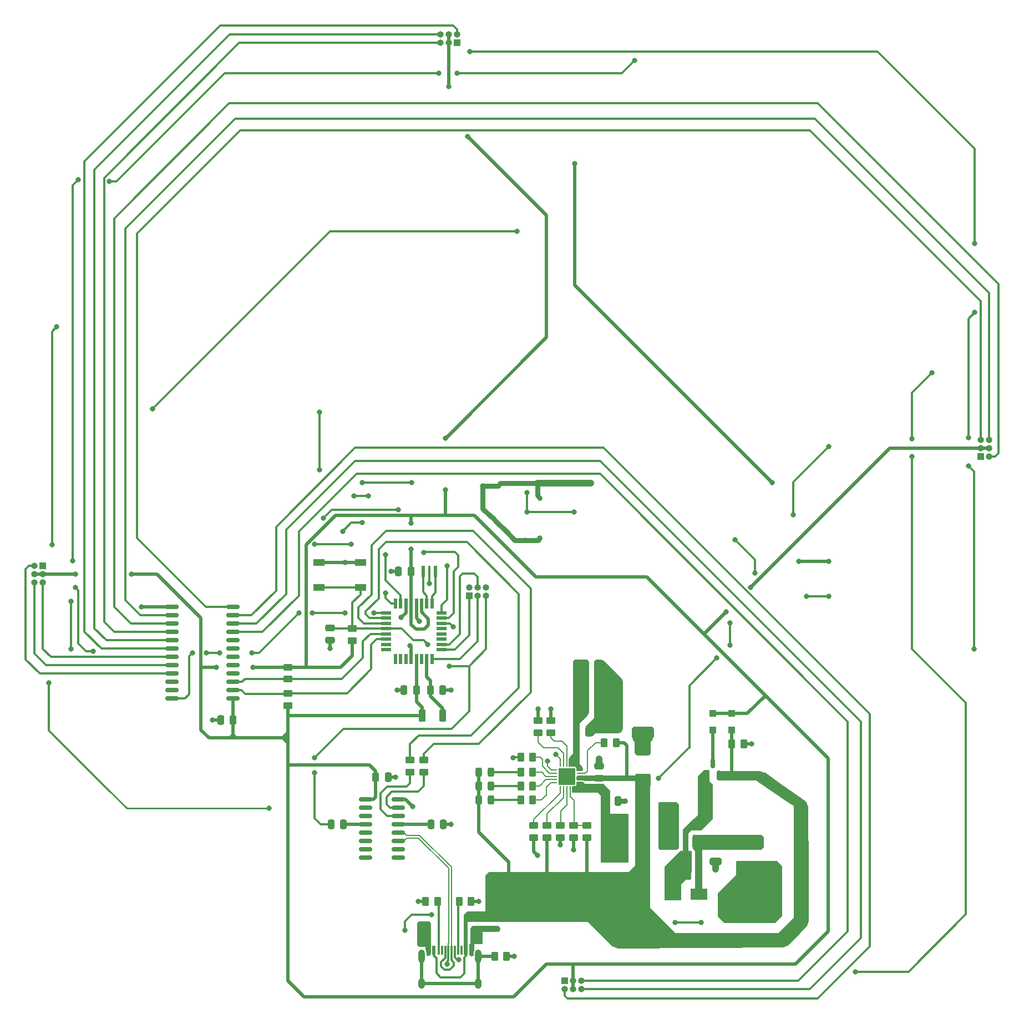
<source format=gbr>
%TF.GenerationSoftware,KiCad,Pcbnew,(6.0.6)*%
%TF.CreationDate,2022-06-29T12:44:08+02:00*%
%TF.ProjectId,CNLJS,434e4c4a-532e-46b6-9963-61645f706362,rev?*%
%TF.SameCoordinates,Original*%
%TF.FileFunction,Copper,L2,Bot*%
%TF.FilePolarity,Positive*%
%FSLAX46Y46*%
G04 Gerber Fmt 4.6, Leading zero omitted, Abs format (unit mm)*
G04 Created by KiCad (PCBNEW (6.0.6)) date 2022-06-29 12:44:08*
%MOMM*%
%LPD*%
G01*
G04 APERTURE LIST*
G04 Aperture macros list*
%AMRoundRect*
0 Rectangle with rounded corners*
0 $1 Rounding radius*
0 $2 $3 $4 $5 $6 $7 $8 $9 X,Y pos of 4 corners*
0 Add a 4 corners polygon primitive as box body*
4,1,4,$2,$3,$4,$5,$6,$7,$8,$9,$2,$3,0*
0 Add four circle primitives for the rounded corners*
1,1,$1+$1,$2,$3*
1,1,$1+$1,$4,$5*
1,1,$1+$1,$6,$7*
1,1,$1+$1,$8,$9*
0 Add four rect primitives between the rounded corners*
20,1,$1+$1,$2,$3,$4,$5,0*
20,1,$1+$1,$4,$5,$6,$7,0*
20,1,$1+$1,$6,$7,$8,$9,0*
20,1,$1+$1,$8,$9,$2,$3,0*%
%AMFreePoly0*
4,1,9,5.362500,-0.866500,1.237500,-0.866500,1.237500,-0.450000,-1.237500,-0.450000,-1.237500,0.450000,1.237500,0.450000,1.237500,0.866500,5.362500,0.866500,5.362500,-0.866500,5.362500,-0.866500,$1*%
G04 Aperture macros list end*
%TA.AperFunction,ComponentPad*%
%ADD10R,1.000000X1.000000*%
%TD*%
%TA.AperFunction,ComponentPad*%
%ADD11O,1.000000X1.000000*%
%TD*%
%TA.AperFunction,SMDPad,CuDef*%
%ADD12RoundRect,0.062500X0.062500X-0.350000X0.062500X0.350000X-0.062500X0.350000X-0.062500X-0.350000X0*%
%TD*%
%TA.AperFunction,SMDPad,CuDef*%
%ADD13RoundRect,0.062500X0.350000X-0.062500X0.350000X0.062500X-0.350000X0.062500X-0.350000X-0.062500X0*%
%TD*%
%TA.AperFunction,SMDPad,CuDef*%
%ADD14R,2.500000X2.500000*%
%TD*%
%TA.AperFunction,SMDPad,CuDef*%
%ADD15RoundRect,0.250000X-0.250000X-0.475000X0.250000X-0.475000X0.250000X0.475000X-0.250000X0.475000X0*%
%TD*%
%TA.AperFunction,SMDPad,CuDef*%
%ADD16RoundRect,0.150000X0.825000X0.150000X-0.825000X0.150000X-0.825000X-0.150000X0.825000X-0.150000X0*%
%TD*%
%TA.AperFunction,SMDPad,CuDef*%
%ADD17RoundRect,0.250000X0.262500X0.450000X-0.262500X0.450000X-0.262500X-0.450000X0.262500X-0.450000X0*%
%TD*%
%TA.AperFunction,SMDPad,CuDef*%
%ADD18RoundRect,0.243750X0.243750X0.456250X-0.243750X0.456250X-0.243750X-0.456250X0.243750X-0.456250X0*%
%TD*%
%TA.AperFunction,SMDPad,CuDef*%
%ADD19R,0.600000X1.450000*%
%TD*%
%TA.AperFunction,SMDPad,CuDef*%
%ADD20R,0.300000X1.450000*%
%TD*%
%TA.AperFunction,ComponentPad*%
%ADD21O,1.000000X2.100000*%
%TD*%
%TA.AperFunction,ComponentPad*%
%ADD22O,1.000000X1.600000*%
%TD*%
%TA.AperFunction,SMDPad,CuDef*%
%ADD23RoundRect,0.250000X-0.450000X0.262500X-0.450000X-0.262500X0.450000X-0.262500X0.450000X0.262500X0*%
%TD*%
%TA.AperFunction,SMDPad,CuDef*%
%ADD24RoundRect,0.250000X-0.262500X-0.450000X0.262500X-0.450000X0.262500X0.450000X-0.262500X0.450000X0*%
%TD*%
%TA.AperFunction,SMDPad,CuDef*%
%ADD25R,0.900000X2.300000*%
%TD*%
%TA.AperFunction,SMDPad,CuDef*%
%ADD26FreePoly0,270.000000*%
%TD*%
%TA.AperFunction,SMDPad,CuDef*%
%ADD27O,4.000000X5.000000*%
%TD*%
%TA.AperFunction,SMDPad,CuDef*%
%ADD28RoundRect,0.250000X0.475000X-0.250000X0.475000X0.250000X-0.475000X0.250000X-0.475000X-0.250000X0*%
%TD*%
%TA.AperFunction,SMDPad,CuDef*%
%ADD29R,1.000000X1.000000*%
%TD*%
%TA.AperFunction,SMDPad,CuDef*%
%ADD30RoundRect,0.250000X0.787500X1.025000X-0.787500X1.025000X-0.787500X-1.025000X0.787500X-1.025000X0*%
%TD*%
%TA.AperFunction,SMDPad,CuDef*%
%ADD31RoundRect,0.250000X-0.475000X0.250000X-0.475000X-0.250000X0.475000X-0.250000X0.475000X0.250000X0*%
%TD*%
%TA.AperFunction,SMDPad,CuDef*%
%ADD32RoundRect,0.250000X0.450000X-0.262500X0.450000X0.262500X-0.450000X0.262500X-0.450000X-0.262500X0*%
%TD*%
%TA.AperFunction,SMDPad,CuDef*%
%ADD33RoundRect,0.250000X-0.650000X0.325000X-0.650000X-0.325000X0.650000X-0.325000X0.650000X0.325000X0*%
%TD*%
%TA.AperFunction,SMDPad,CuDef*%
%ADD34RoundRect,0.250000X0.925000X-0.787500X0.925000X0.787500X-0.925000X0.787500X-0.925000X-0.787500X0*%
%TD*%
%TA.AperFunction,SMDPad,CuDef*%
%ADD35R,0.550000X1.600000*%
%TD*%
%TA.AperFunction,SMDPad,CuDef*%
%ADD36R,1.600000X0.550000*%
%TD*%
%TA.AperFunction,SMDPad,CuDef*%
%ADD37RoundRect,0.250000X0.250000X0.475000X-0.250000X0.475000X-0.250000X-0.475000X0.250000X-0.475000X0*%
%TD*%
%TA.AperFunction,SMDPad,CuDef*%
%ADD38R,4.000000X1.500000*%
%TD*%
%TA.AperFunction,SMDPad,CuDef*%
%ADD39R,1.700000X1.000000*%
%TD*%
%TA.AperFunction,SMDPad,CuDef*%
%ADD40R,2.500000X1.800000*%
%TD*%
%TA.AperFunction,SMDPad,CuDef*%
%ADD41R,0.600000X1.700000*%
%TD*%
%TA.AperFunction,SMDPad,CuDef*%
%ADD42R,0.400000X1.700000*%
%TD*%
%TA.AperFunction,SMDPad,CuDef*%
%ADD43RoundRect,0.150000X0.150000X-0.587500X0.150000X0.587500X-0.150000X0.587500X-0.150000X-0.587500X0*%
%TD*%
%TA.AperFunction,SMDPad,CuDef*%
%ADD44RoundRect,0.250000X-0.275000X-0.700000X0.275000X-0.700000X0.275000X0.700000X-0.275000X0.700000X0*%
%TD*%
%TA.AperFunction,SMDPad,CuDef*%
%ADD45RoundRect,0.150000X-0.875000X-0.150000X0.875000X-0.150000X0.875000X0.150000X-0.875000X0.150000X0*%
%TD*%
%TA.AperFunction,ViaPad*%
%ADD46C,0.800000*%
%TD*%
%TA.AperFunction,Conductor*%
%ADD47C,0.508000*%
%TD*%
%TA.AperFunction,Conductor*%
%ADD48C,0.300000*%
%TD*%
%TA.AperFunction,Conductor*%
%ADD49C,0.355600*%
%TD*%
%TA.AperFunction,Conductor*%
%ADD50C,0.250000*%
%TD*%
%TA.AperFunction,Conductor*%
%ADD51C,0.762000*%
%TD*%
%TA.AperFunction,Conductor*%
%ADD52C,0.200000*%
%TD*%
%TA.AperFunction,Conductor*%
%ADD53C,1.016000*%
%TD*%
G04 APERTURE END LIST*
D10*
%TO.P,J18,1,Pin_1*%
%TO.N,GND*%
X134375000Y-21395000D03*
D11*
%TO.P,J18,2,Pin_2*%
%TO.N,TP_4*%
X134375000Y-20125000D03*
%TO.P,J18,3,Pin_3*%
%TO.N,VDD*%
X133105000Y-21395000D03*
%TO.P,J18,4,Pin_4*%
X133105000Y-20125000D03*
%TO.P,J18,5,Pin_5*%
%TO.N,TP_6*%
X131835000Y-21395000D03*
%TO.P,J18,6,Pin_6*%
%TO.N,TP_5*%
X131835000Y-20125000D03*
%TD*%
D10*
%TO.P,J17,1,Pin_1*%
%TO.N,GND*%
X71145000Y-101225000D03*
D11*
%TO.P,J17,2,Pin_2*%
%TO.N,TP_1*%
X69875000Y-101225000D03*
%TO.P,J17,3,Pin_3*%
%TO.N,VDD*%
X71145000Y-102495000D03*
%TO.P,J17,4,Pin_4*%
X69875000Y-102495000D03*
%TO.P,J17,5,Pin_5*%
%TO.N,TP_3*%
X71145000Y-103765000D03*
%TO.P,J17,6,Pin_6*%
%TO.N,TP_2*%
X69875000Y-103765000D03*
%TD*%
D10*
%TO.P,J19,1,Pin_1*%
%TO.N,GND*%
X214255000Y-84525000D03*
D11*
%TO.P,J19,2,Pin_2*%
%TO.N,TP_7*%
X215525000Y-84525000D03*
%TO.P,J19,3,Pin_3*%
%TO.N,VDD*%
X214255000Y-83255000D03*
%TO.P,J19,4,Pin_4*%
X215525000Y-83255000D03*
%TO.P,J19,5,Pin_5*%
%TO.N,TP_9*%
X214255000Y-81985000D03*
%TO.P,J19,6,Pin_6*%
%TO.N,TP_8*%
X215525000Y-81985000D03*
%TD*%
D10*
%TO.P,J20,1,Pin_1*%
%TO.N,GND*%
X150825000Y-164555000D03*
D11*
%TO.P,J20,2,Pin_2*%
%TO.N,TP_10*%
X150825000Y-165825000D03*
%TO.P,J20,3,Pin_3*%
%TO.N,VDD*%
X152095000Y-164555000D03*
%TO.P,J20,4,Pin_4*%
X152095000Y-165825000D03*
%TO.P,J20,5,Pin_5*%
%TO.N,TP_12*%
X153365000Y-164555000D03*
%TO.P,J20,6,Pin_6*%
%TO.N,TP_11*%
X153365000Y-165825000D03*
%TD*%
D12*
%TO.P,U2,1,OUT*%
%TO.N,/Power/CH_OUT*%
X152100000Y-135286500D03*
%TO.P,U2,2,VPCC*%
%TO.N,Net-(R10-Pad2)*%
X151600000Y-135286500D03*
%TO.P,U2,3,SEL*%
%TO.N,Net-(R4-Pad1)*%
X151100000Y-135286500D03*
%TO.P,U2,4,PROG2*%
%TO.N,Net-(R8-Pad1)*%
X150600000Y-135286500D03*
%TO.P,U2,5,THERM*%
%TO.N,Net-(R7-Pad1)*%
X150100000Y-135286500D03*
D13*
%TO.P,U2,6,~{PG}*%
%TO.N,Net-(R13-Pad2)*%
X149162500Y-134349000D03*
%TO.P,U2,7,STAT2*%
%TO.N,Net-(R15-Pad2)*%
X149162500Y-133849000D03*
%TO.P,U2,8,STAT1/~{LBO}*%
%TO.N,Net-(R14-Pad2)*%
X149162500Y-133349000D03*
%TO.P,U2,9,~{TE}*%
%TO.N,Net-(R12-Pad1)*%
X149162500Y-132849000D03*
%TO.P,U2,10,VSS*%
%TO.N,GND*%
X149162500Y-132349000D03*
D12*
%TO.P,U2,11,VSS*%
X150100000Y-131411500D03*
%TO.P,U2,12,PROG3*%
%TO.N,Net-(R6-Pad1)*%
X150600000Y-131411500D03*
%TO.P,U2,13,PROG1*%
%TO.N,Net-(R5-Pad1)*%
X151100000Y-131411500D03*
%TO.P,U2,14,VBAT*%
%TO.N,+BATT*%
X151600000Y-131411500D03*
%TO.P,U2,15,VBAT*%
X152100000Y-131411500D03*
D13*
%TO.P,U2,16,Vbat_SENSE*%
X153037500Y-132349000D03*
%TO.P,U2,17,CE*%
%TO.N,Net-(R9-Pad1)*%
X153037500Y-132849000D03*
%TO.P,U2,18,IN*%
%TO.N,VBUS*%
X153037500Y-133349000D03*
%TO.P,U2,19,IN*%
X153037500Y-133849000D03*
%TO.P,U2,20,OUT*%
%TO.N,/Power/CH_OUT*%
X153037500Y-134349000D03*
D14*
%TO.P,U2,21,VSS*%
%TO.N,GND*%
X151100000Y-133349000D03*
%TD*%
D15*
%TO.P,C16,1*%
%TO.N,+BATT*%
X152549000Y-126549000D03*
%TO.P,C16,2*%
%TO.N,GND*%
X154449000Y-126549000D03*
%TD*%
D16*
%TO.P,U3,1,GND*%
%TO.N,GND*%
X125375000Y-136855000D03*
%TO.P,U3,2,TXD*%
%TO.N,Net-(R18-Pad2)*%
X125375000Y-138125000D03*
%TO.P,U3,3,RXD*%
%TO.N,Net-(R19-Pad2)*%
X125375000Y-139395000D03*
%TO.P,U3,4,V3*%
%TO.N,Net-(C17-Pad1)*%
X125375000Y-140665000D03*
%TO.P,U3,5,UD+*%
%TO.N,D+*%
X125375000Y-141935000D03*
%TO.P,U3,6,UD-*%
%TO.N,D-*%
X125375000Y-143205000D03*
%TO.P,U3,7,NC*%
%TO.N,unconnected-(U3-Pad7)*%
X125375000Y-144475000D03*
%TO.P,U3,8,NC*%
%TO.N,unconnected-(U3-Pad8)*%
X125375000Y-145745000D03*
%TO.P,U3,9,~{CTS}*%
%TO.N,unconnected-(U3-Pad9)*%
X120425000Y-145745000D03*
%TO.P,U3,10,~{DSR}*%
%TO.N,unconnected-(U3-Pad10)*%
X120425000Y-144475000D03*
%TO.P,U3,11,~{RI}*%
%TO.N,unconnected-(U3-Pad11)*%
X120425000Y-143205000D03*
%TO.P,U3,12,~{DCD}*%
%TO.N,unconnected-(U3-Pad12)*%
X120425000Y-141935000D03*
%TO.P,U3,13,~{DTR}*%
%TO.N,Net-(C18-Pad2)*%
X120425000Y-140665000D03*
%TO.P,U3,14,~{RTS}*%
%TO.N,unconnected-(U3-Pad14)*%
X120425000Y-139395000D03*
%TO.P,U3,15,R232*%
%TO.N,unconnected-(U3-Pad15)*%
X120425000Y-138125000D03*
%TO.P,U3,16,VCC*%
%TO.N,VDD*%
X120425000Y-136855000D03*
%TD*%
D17*
%TO.P,R16,1*%
%TO.N,Net-(J2-PadB5)*%
X131400000Y-152400000D03*
%TO.P,R16,2*%
%TO.N,GND*%
X129575000Y-152400000D03*
%TD*%
D18*
%TO.P,D14,1,K*%
%TO.N,Net-(D14-Pad1)*%
X139537500Y-132749000D03*
%TO.P,D14,2,A*%
%TO.N,VBUS*%
X137662500Y-132749000D03*
%TD*%
%TO.P,D13,1,K*%
%TO.N,Net-(D13-Pad1)*%
X139537500Y-136949000D03*
%TO.P,D13,2,A*%
%TO.N,VBUS*%
X137662500Y-136949000D03*
%TD*%
D19*
%TO.P,J2,A1,GND*%
%TO.N,GND*%
X136550000Y-159914000D03*
%TO.P,J2,A4,VBUS*%
%TO.N,VBUS*%
X135750000Y-159914000D03*
D20*
%TO.P,J2,A5,CC1*%
%TO.N,Net-(J2-PadA5)*%
X134550000Y-159914000D03*
%TO.P,J2,A6,D+*%
%TO.N,D+*%
X133550000Y-159914000D03*
%TO.P,J2,A7,D-*%
%TO.N,D-*%
X133050000Y-159914000D03*
%TO.P,J2,A8,SBU1*%
%TO.N,unconnected-(J2-PadA8)*%
X132050000Y-159914000D03*
D19*
%TO.P,J2,A9,VBUS*%
%TO.N,VBUS*%
X130850000Y-159914000D03*
%TO.P,J2,A12,GND*%
%TO.N,GND*%
X130050000Y-159914000D03*
%TO.P,J2,B1,GND*%
X130050000Y-159914000D03*
%TO.P,J2,B4,VBUS*%
%TO.N,VBUS*%
X130850000Y-159914000D03*
D20*
%TO.P,J2,B5,CC2*%
%TO.N,Net-(J2-PadB5)*%
X131550000Y-159914000D03*
%TO.P,J2,B6,D+*%
%TO.N,D+*%
X132550000Y-159914000D03*
%TO.P,J2,B7,D-*%
%TO.N,D-*%
X134050000Y-159914000D03*
%TO.P,J2,B8,SBU2*%
%TO.N,unconnected-(J2-PadB8)*%
X135050000Y-159914000D03*
D19*
%TO.P,J2,B9,VBUS*%
%TO.N,VBUS*%
X135750000Y-159914000D03*
%TO.P,J2,B12,GND*%
%TO.N,GND*%
X136550000Y-159914000D03*
D21*
%TO.P,J2,S1,SHIELD*%
%TO.N,Net-(J2-PadS1)*%
X137620000Y-160829000D03*
D22*
X137620000Y-165009000D03*
X128980000Y-165009000D03*
D21*
X128980000Y-160829000D03*
%TD*%
D23*
%TO.P,R4,1*%
%TO.N,Net-(R4-Pad1)*%
X150150000Y-140836500D03*
%TO.P,R4,2*%
%TO.N,GND*%
X150150000Y-142661500D03*
%TD*%
%TO.P,R11,1*%
%TO.N,Net-(R10-Pad2)*%
X152150000Y-140836500D03*
%TO.P,R11,2*%
%TO.N,GND*%
X152150000Y-142661500D03*
%TD*%
D24*
%TO.P,R17,1*%
%TO.N,Net-(J2-PadA5)*%
X134687500Y-152400000D03*
%TO.P,R17,2*%
%TO.N,GND*%
X136512500Y-152400000D03*
%TD*%
D25*
%TO.P,U4,1,GND*%
%TO.N,GND*%
X167750000Y-143399000D03*
D26*
%TO.P,U4,2,VOUT*%
%TO.N,Net-(C21-Pad1)*%
X169250000Y-143486500D03*
D25*
%TO.P,U4,3,VIN*%
%TO.N,Net-(C20-Pad1)*%
X170750000Y-143399000D03*
%TD*%
D27*
%TO.P,J21,1,Pin_1*%
%TO.N,VCC*%
X176500000Y-152600000D03*
%TD*%
%TO.P,J22,1,Pin_1*%
%TO.N,/Power/CH_OUT*%
X158400000Y-142850000D03*
%TD*%
D23*
%TO.P,R20,1*%
%TO.N,VDD*%
X108550000Y-116686500D03*
%TO.P,R20,2*%
%TO.N,SCL*%
X108550000Y-118511500D03*
%TD*%
D24*
%TO.P,R1,1*%
%TO.N,VBUS*%
X176287500Y-128400000D03*
%TO.P,R1,2*%
%TO.N,GND*%
X178112500Y-128400000D03*
%TD*%
D28*
%TO.P,C14,1*%
%TO.N,VBUS*%
X156000000Y-133650000D03*
%TO.P,C14,2*%
%TO.N,GND*%
X156000000Y-131750000D03*
%TD*%
D29*
%TO.P,D2,1,K*%
%TO.N,VDD*%
X173400000Y-123750000D03*
%TO.P,D2,2,A*%
%TO.N,Net-(D2-Pad2)*%
X173400000Y-126250000D03*
%TD*%
D30*
%TO.P,C21,1*%
%TO.N,Net-(C21-Pad1)*%
X172362500Y-138549000D03*
%TO.P,C21,2*%
%TO.N,GND*%
X166137500Y-138549000D03*
%TD*%
D24*
%TO.P,R9,1*%
%TO.N,Net-(R9-Pad1)*%
X156837500Y-128249000D03*
%TO.P,R9,2*%
%TO.N,VBUS*%
X158662500Y-128249000D03*
%TD*%
D17*
%TO.P,R12,1*%
%TO.N,Net-(R12-Pad1)*%
X145912500Y-130449000D03*
%TO.P,R12,2*%
%TO.N,GND*%
X144087500Y-130449000D03*
%TD*%
D24*
%TO.P,R14,1*%
%TO.N,Net-(D14-Pad1)*%
X144087500Y-132749000D03*
%TO.P,R14,2*%
%TO.N,Net-(R14-Pad2)*%
X145912500Y-132749000D03*
%TD*%
D31*
%TO.P,C12,1*%
%TO.N,RESET*%
X114949000Y-110700000D03*
%TO.P,C12,2*%
%TO.N,GND*%
X114949000Y-112600000D03*
%TD*%
D23*
%TO.P,R19,1*%
%TO.N,TX*%
X127200000Y-130887500D03*
%TO.P,R19,2*%
%TO.N,Net-(R19-Pad2)*%
X127200000Y-132712500D03*
%TD*%
D32*
%TO.P,R21,1*%
%TO.N,VDD*%
X108550000Y-122511500D03*
%TO.P,R21,2*%
%TO.N,SDA*%
X108550000Y-120686500D03*
%TD*%
D33*
%TO.P,C20,1*%
%TO.N,Net-(C20-Pad1)*%
X173800000Y-143426000D03*
%TO.P,C20,2*%
%TO.N,GND*%
X173800000Y-146376000D03*
%TD*%
D15*
%TO.P,C15,1*%
%TO.N,/Power/CH_OUT*%
X157050000Y-137100000D03*
%TO.P,C15,2*%
%TO.N,GND*%
X158950000Y-137100000D03*
%TD*%
D34*
%TO.P,C13,1*%
%TO.N,VBUS*%
X162700000Y-134011500D03*
%TO.P,C13,2*%
%TO.N,GND*%
X162700000Y-129086500D03*
%TD*%
D15*
%TO.P,C19,1*%
%TO.N,VDD*%
X121950000Y-133500000D03*
%TO.P,C19,2*%
%TO.N,GND*%
X123850000Y-133500000D03*
%TD*%
D35*
%TO.P,U18,1,PD3*%
%TO.N,NP_1*%
X124949000Y-106950000D03*
%TO.P,U18,2,PD4*%
%TO.N,NP_2*%
X125749000Y-106950000D03*
%TO.P,U18,3,GND*%
%TO.N,GND*%
X126549000Y-106950000D03*
%TO.P,U18,4,VCC*%
%TO.N,VDD*%
X127349000Y-106950000D03*
%TO.P,U18,5,GND*%
%TO.N,GND*%
X128149000Y-106950000D03*
%TO.P,U18,6,VCC*%
%TO.N,VDD*%
X128949000Y-106950000D03*
%TO.P,U18,7,XTAL1/PB6*%
%TO.N,Net-(U18-Pad7)*%
X129749000Y-106950000D03*
%TO.P,U18,8,XTAL2/PB7*%
%TO.N,Net-(U18-Pad8)*%
X130549000Y-106950000D03*
D36*
%TO.P,U18,9,PD5*%
%TO.N,NP_3*%
X131999000Y-108400000D03*
%TO.P,U18,10,PD6*%
%TO.N,NP_4*%
X131999000Y-109200000D03*
%TO.P,U18,11,PD7*%
%TO.N,NP_5*%
X131999000Y-110000000D03*
%TO.P,U18,12,PB0*%
%TO.N,unconnected-(U18-Pad12)*%
X131999000Y-110800000D03*
%TO.P,U18,13,PB1*%
%TO.N,unconnected-(U18-Pad13)*%
X131999000Y-111600000D03*
%TO.P,U18,14,PB2*%
%TO.N,unconnected-(U18-Pad14)*%
X131999000Y-112400000D03*
%TO.P,U18,15,PB3*%
%TO.N,MOSI*%
X131999000Y-113200000D03*
%TO.P,U18,16,PB4*%
%TO.N,MISO*%
X131999000Y-114000000D03*
D35*
%TO.P,U18,17,PB5*%
%TO.N,SCK*%
X130549000Y-115450000D03*
%TO.P,U18,18,AVCC*%
%TO.N,Net-(C23-Pad1)*%
X129749000Y-115450000D03*
%TO.P,U18,19,ADC6*%
%TO.N,unconnected-(U18-Pad19)*%
X128949000Y-115450000D03*
%TO.P,U18,20,AREF*%
%TO.N,VDD*%
X128149000Y-115450000D03*
%TO.P,U18,21,GND*%
%TO.N,GND*%
X127349000Y-115450000D03*
%TO.P,U18,22,ADC7*%
%TO.N,unconnected-(U18-Pad22)*%
X126549000Y-115450000D03*
%TO.P,U18,23,PC0*%
%TO.N,unconnected-(U18-Pad23)*%
X125749000Y-115450000D03*
%TO.P,U18,24,PC1*%
%TO.N,unconnected-(U18-Pad24)*%
X124949000Y-115450000D03*
D36*
%TO.P,U18,25,PC2*%
%TO.N,unconnected-(U18-Pad25)*%
X123499000Y-114000000D03*
%TO.P,U18,26,PC3*%
%TO.N,unconnected-(U18-Pad26)*%
X123499000Y-113200000D03*
%TO.P,U18,27,PC4*%
%TO.N,SDA*%
X123499000Y-112400000D03*
%TO.P,U18,28,PC5*%
%TO.N,SCL*%
X123499000Y-111600000D03*
%TO.P,U18,29,~{RESET}/PC6*%
%TO.N,RESET*%
X123499000Y-110800000D03*
%TO.P,U18,30,PD0*%
%TO.N,RX*%
X123499000Y-110000000D03*
%TO.P,U18,31,PD1*%
%TO.N,TX*%
X123499000Y-109200000D03*
%TO.P,U18,32,PD2*%
%TO.N,INT*%
X123499000Y-108400000D03*
%TD*%
D32*
%TO.P,R5,1*%
%TO.N,Net-(R5-Pad1)*%
X148699000Y-126661500D03*
%TO.P,R5,2*%
%TO.N,GND*%
X148699000Y-124836500D03*
%TD*%
%TO.P,R10,1*%
%TO.N,VBUS*%
X154150000Y-142661500D03*
%TO.P,R10,2*%
%TO.N,Net-(R10-Pad2)*%
X154150000Y-140836500D03*
%TD*%
D37*
%TO.P,C22,1*%
%TO.N,VDD*%
X128150000Y-120200000D03*
%TO.P,C22,2*%
%TO.N,GND*%
X126250000Y-120200000D03*
%TD*%
D10*
%TO.P,J1,1,Pin_1*%
%TO.N,MISO*%
X136210000Y-105770000D03*
D11*
%TO.P,J1,2,Pin_2*%
%TO.N,unconnected-(J1-Pad2)*%
X136210000Y-104500000D03*
%TO.P,J1,3,Pin_3*%
%TO.N,SCK*%
X137480000Y-105770000D03*
%TO.P,J1,4,Pin_4*%
%TO.N,MOSI*%
X137480000Y-104500000D03*
%TO.P,J1,5,Pin_5*%
%TO.N,RESET*%
X138750000Y-105770000D03*
%TO.P,J1,6,Pin_6*%
%TO.N,GND*%
X138750000Y-104500000D03*
%TD*%
D15*
%TO.P,C23,1*%
%TO.N,Net-(C23-Pad1)*%
X130299000Y-120200000D03*
%TO.P,C23,2*%
%TO.N,GND*%
X132199000Y-120200000D03*
%TD*%
D38*
%TO.P,L1,1*%
%TO.N,VCC*%
X178950000Y-147050000D03*
%TO.P,L1,2*%
%TO.N,Net-(C20-Pad1)*%
X178950000Y-143450000D03*
%TD*%
D24*
%TO.P,R15,1*%
%TO.N,Net-(D15-Pad1)*%
X144087500Y-134849000D03*
%TO.P,R15,2*%
%TO.N,Net-(R15-Pad2)*%
X145912500Y-134849000D03*
%TD*%
D37*
%TO.P,C24,1*%
%TO.N,VDD*%
X100200000Y-124750000D03*
%TO.P,C24,2*%
%TO.N,GND*%
X98300000Y-124750000D03*
%TD*%
D39*
%TO.P,SW1,1,1*%
%TO.N,GND*%
X119600000Y-100697000D03*
X113300000Y-100697000D03*
%TO.P,SW1,2,2*%
%TO.N,RESET*%
X119600000Y-104497000D03*
X113300000Y-104497000D03*
%TD*%
D18*
%TO.P,D15,1,K*%
%TO.N,Net-(D15-Pad1)*%
X139537500Y-134849000D03*
%TO.P,D15,2,A*%
%TO.N,VBUS*%
X137662500Y-134849000D03*
%TD*%
D23*
%TO.P,R18,1*%
%TO.N,RX*%
X129300000Y-130887500D03*
%TO.P,R18,2*%
%TO.N,Net-(R18-Pad2)*%
X129300000Y-132712500D03*
%TD*%
D40*
%TO.P,D16,1,K*%
%TO.N,Net-(C21-Pad1)*%
X167300000Y-151350000D03*
%TO.P,D16,2,A*%
%TO.N,Net-(C20-Pad1)*%
X171300000Y-151350000D03*
%TD*%
D41*
%TO.P,Y1,1,1*%
%TO.N,Net-(U18-Pad8)*%
X131099000Y-102100000D03*
D42*
%TO.P,Y1,2,2*%
%TO.N,GND*%
X130149000Y-102100000D03*
D41*
%TO.P,Y1,3,3*%
%TO.N,Net-(U18-Pad7)*%
X129199000Y-102100000D03*
%TD*%
D24*
%TO.P,R23,1*%
%TO.N,Net-(J2-PadS1)*%
X140087500Y-160799000D03*
%TO.P,R23,2*%
%TO.N,GND*%
X141912500Y-160799000D03*
%TD*%
D37*
%TO.P,C11,1*%
%TO.N,VDD*%
X127299000Y-102100000D03*
%TO.P,C11,2*%
%TO.N,GND*%
X125399000Y-102100000D03*
%TD*%
D43*
%TO.P,Q1,1,G*%
%TO.N,VBUS*%
X174350000Y-133237500D03*
%TO.P,Q1,2,S*%
%TO.N,Net-(C21-Pad1)*%
X172450000Y-133237500D03*
%TO.P,Q1,3,D*%
%TO.N,Net-(D2-Pad2)*%
X173400000Y-131362500D03*
%TD*%
D24*
%TO.P,R13,1*%
%TO.N,Net-(D13-Pad1)*%
X144087500Y-136949000D03*
%TO.P,R13,2*%
%TO.N,Net-(R13-Pad2)*%
X145912500Y-136949000D03*
%TD*%
D23*
%TO.P,R8,1*%
%TO.N,Net-(R8-Pad1)*%
X148100000Y-140836500D03*
%TO.P,R8,2*%
%TO.N,VBUS*%
X148100000Y-142661500D03*
%TD*%
%TO.P,R7,1*%
%TO.N,Net-(R7-Pad1)*%
X146050000Y-140849000D03*
%TO.P,R7,2*%
%TO.N,GND*%
X146050000Y-142674000D03*
%TD*%
D29*
%TO.P,D1,1,K*%
%TO.N,VDD*%
X176300000Y-123750000D03*
%TO.P,D1,2,A*%
%TO.N,VBUS*%
X176300000Y-126250000D03*
%TD*%
D23*
%TO.P,R3,1*%
%TO.N,RESET*%
X118399000Y-110787500D03*
%TO.P,R3,2*%
%TO.N,VDD*%
X118399000Y-112612500D03*
%TD*%
D32*
%TO.P,R6,1*%
%TO.N,Net-(R6-Pad1)*%
X146699000Y-126661500D03*
%TO.P,R6,2*%
%TO.N,GND*%
X146699000Y-124836500D03*
%TD*%
D44*
%TO.P,L2,1*%
%TO.N,VDD*%
X129024000Y-124100000D03*
%TO.P,L2,2*%
%TO.N,Net-(C23-Pad1)*%
X132174000Y-124100000D03*
%TD*%
D15*
%TO.P,C17,1*%
%TO.N,Net-(C17-Pad1)*%
X130350000Y-140650000D03*
%TO.P,C17,2*%
%TO.N,GND*%
X132250000Y-140650000D03*
%TD*%
%TO.P,C18,1*%
%TO.N,RESET*%
X115150000Y-140665000D03*
%TO.P,C18,2*%
%TO.N,Net-(C18-Pad2)*%
X117050000Y-140665000D03*
%TD*%
D45*
%TO.P,U17,1,~{INT}*%
%TO.N,INT*%
X90850000Y-121485000D03*
%TO.P,U17,2,A1*%
%TO.N,unconnected-(U17-Pad2)*%
X90850000Y-120215000D03*
%TO.P,U17,3,A2*%
%TO.N,unconnected-(U17-Pad3)*%
X90850000Y-118945000D03*
%TO.P,U17,4,P00*%
%TO.N,TP_1*%
X90850000Y-117675000D03*
%TO.P,U17,5,P01*%
%TO.N,TP_2*%
X90850000Y-116405000D03*
%TO.P,U17,6,P02*%
%TO.N,TP_3*%
X90850000Y-115135000D03*
%TO.P,U17,7,P03*%
%TO.N,TP_4*%
X90850000Y-113865000D03*
%TO.P,U17,8,P04*%
%TO.N,TP_5*%
X90850000Y-112595000D03*
%TO.P,U17,9,P05*%
%TO.N,TP_6*%
X90850000Y-111325000D03*
%TO.P,U17,10,P06*%
%TO.N,TP_7*%
X90850000Y-110055000D03*
%TO.P,U17,11,P07*%
%TO.N,TP_8*%
X90850000Y-108785000D03*
%TO.P,U17,12,GND*%
%TO.N,GND*%
X90850000Y-107515000D03*
%TO.P,U17,13,P10*%
%TO.N,TP_9*%
X100150000Y-107515000D03*
%TO.P,U17,14,P11*%
%TO.N,TP_10*%
X100150000Y-108785000D03*
%TO.P,U17,15,P12*%
%TO.N,TP_11*%
X100150000Y-110055000D03*
%TO.P,U17,16,P13*%
%TO.N,TP_12*%
X100150000Y-111325000D03*
%TO.P,U17,17,P14*%
%TO.N,unconnected-(U17-Pad17)*%
X100150000Y-112595000D03*
%TO.P,U17,18,P15*%
%TO.N,unconnected-(U17-Pad18)*%
X100150000Y-113865000D03*
%TO.P,U17,19,P16*%
%TO.N,unconnected-(U17-Pad19)*%
X100150000Y-115135000D03*
%TO.P,U17,20,P17*%
%TO.N,unconnected-(U17-Pad20)*%
X100150000Y-116405000D03*
%TO.P,U17,21,A0*%
%TO.N,unconnected-(U17-Pad21)*%
X100150000Y-117675000D03*
%TO.P,U17,22,SCL*%
%TO.N,SCL*%
X100150000Y-118945000D03*
%TO.P,U17,23,SDA*%
%TO.N,SDA*%
X100150000Y-120215000D03*
%TO.P,U17,24,VCC*%
%TO.N,VDD*%
X100150000Y-121485000D03*
%TD*%
D46*
%TO.N,VDD*%
X136000000Y-35700000D03*
%TO.N,GND*%
X138700000Y-156600000D03*
X114950000Y-113850000D03*
X145000000Y-93000000D03*
X158900000Y-119900000D03*
X157900000Y-118900000D03*
X156900000Y-121900000D03*
X156900000Y-120900000D03*
X167700000Y-138000000D03*
X127600000Y-138000000D03*
X129800000Y-156000000D03*
X150150000Y-143800000D03*
X158900000Y-126300000D03*
X137800000Y-156600000D03*
X148200000Y-131000000D03*
X152200000Y-93000000D03*
X125200000Y-120200000D03*
X165900000Y-142900000D03*
X186500000Y-100550000D03*
X156000000Y-130650000D03*
X161750000Y-126300000D03*
X155900000Y-121900000D03*
X78850000Y-114250000D03*
X152150000Y-144600000D03*
X163650000Y-126300000D03*
X142900000Y-130500000D03*
X86200000Y-107500000D03*
X97000000Y-124750000D03*
X128900000Y-156000000D03*
X137800000Y-157500000D03*
X162700000Y-126300000D03*
X149400000Y-130000000D03*
X133400000Y-120200000D03*
X157900000Y-121900000D03*
X129750000Y-156900000D03*
X140500000Y-156600000D03*
X129750000Y-158700000D03*
X156900000Y-119900000D03*
X156900000Y-126300000D03*
X118600000Y-90550000D03*
X179300000Y-128400000D03*
X157900000Y-119900000D03*
X137650000Y-152400000D03*
X191050000Y-100550000D03*
X148700000Y-123050000D03*
X146700000Y-123050000D03*
X128650000Y-109650000D03*
X143100000Y-160800000D03*
X136900000Y-157500000D03*
X128850000Y-156900000D03*
X173800000Y-147550000D03*
X167700000Y-139800000D03*
X146600000Y-145400000D03*
X124300000Y-102100000D03*
X155900000Y-119900000D03*
X162700000Y-127200000D03*
X145000000Y-90000000D03*
X158900000Y-120900000D03*
X158900000Y-118900000D03*
X128850000Y-157800000D03*
X120800000Y-90550000D03*
X161750000Y-127200000D03*
X127200000Y-113400000D03*
X137800000Y-158400000D03*
X139600000Y-156600000D03*
X136900000Y-156600000D03*
X133400000Y-140650000D03*
X166800000Y-140400000D03*
X124950000Y-133500000D03*
X158900000Y-121900000D03*
X160051000Y-137100000D03*
X151100000Y-133300000D03*
X125850000Y-109100000D03*
X130150000Y-103950000D03*
X157900000Y-126300000D03*
X136900000Y-158400000D03*
X76150000Y-104550000D03*
X129750000Y-157800000D03*
X117303000Y-100697000D03*
X157900000Y-120900000D03*
X163650000Y-127200000D03*
X167700000Y-138900000D03*
X165900000Y-140400000D03*
X165900000Y-143800000D03*
X128450000Y-152400000D03*
X155900000Y-120900000D03*
X128850000Y-158700000D03*
%TO.N,VDD*%
X103200000Y-116700000D03*
X133100000Y-28100000D03*
X97600000Y-116700000D03*
X132600000Y-81700000D03*
X76100000Y-102500000D03*
X127300000Y-98700000D03*
X179149635Y-104550365D03*
X132600000Y-89600000D03*
X84700000Y-102500000D03*
X127300000Y-94700000D03*
X175450000Y-108250000D03*
%TO.N,RESET*%
X133200000Y-116500000D03*
X112600000Y-132800000D03*
X112600000Y-130500000D03*
X129900000Y-113200000D03*
%TO.N,VCC*%
X182000000Y-148000000D03*
X182000000Y-147000000D03*
X183000000Y-153000000D03*
X181000000Y-153000000D03*
X182000000Y-152000000D03*
X181000000Y-151000000D03*
X154800000Y-88600000D03*
X144700000Y-97300000D03*
X183000000Y-152000000D03*
X146600000Y-88600000D03*
X147000000Y-97000000D03*
X140500000Y-94600000D03*
X182000000Y-151000000D03*
X183000000Y-150000000D03*
X180000000Y-152000000D03*
X180000000Y-151000000D03*
X182000000Y-149000000D03*
X139600000Y-93800000D03*
X183000000Y-149000000D03*
X181000000Y-150000000D03*
X180000000Y-150000000D03*
X182000000Y-150000000D03*
X180000000Y-149000000D03*
X183000000Y-148000000D03*
X138300000Y-89000000D03*
X181000000Y-152000000D03*
X182000000Y-153000000D03*
X147000000Y-90900000D03*
X180000000Y-153000000D03*
X140600000Y-89000000D03*
X181000000Y-149000000D03*
X183000000Y-147000000D03*
X183000000Y-151000000D03*
%TO.N,D-*%
X134600000Y-161300000D03*
X132850000Y-162000000D03*
%TO.N,Net-(POS20-Pad2)*%
X143550000Y-50150000D03*
X87850000Y-77250000D03*
%TO.N,Net-(POS24-Pad2)*%
X152350000Y-39850000D03*
X182450000Y-88500000D03*
%TO.N,Net-(POS25-Pad2)*%
X191050000Y-83050000D03*
X185650000Y-93450000D03*
%TO.N,Net-(POS28-Pad2)*%
X176050000Y-113300000D03*
X176050000Y-109950000D03*
X191100000Y-105850000D03*
X174000000Y-115300000D03*
X187700000Y-105850000D03*
X165100000Y-133650000D03*
%TO.N,Net-(POS58-Pad2)*%
X176750000Y-97200000D03*
X179800000Y-102300000D03*
%TO.N,Net-(POS82-Pad2)*%
X114000000Y-93900000D03*
X125350000Y-92646500D03*
%TO.N,NP_5*%
X105700000Y-138250000D03*
X73250000Y-64750000D03*
X72550000Y-98000000D03*
X133800000Y-110500000D03*
X72050000Y-119050000D03*
%TO.N,NP_1*%
X116900000Y-95950000D03*
X119850000Y-94650000D03*
X119850000Y-88500000D03*
X123450000Y-105350000D03*
X127450000Y-88500000D03*
%TO.N,NP_2*%
X113350000Y-77750000D03*
X123450000Y-99550000D03*
X113350000Y-86600000D03*
%TO.N,NP_3*%
X132800000Y-101200000D03*
%TO.N,NP_4*%
X112600000Y-97950000D03*
X118200000Y-97950000D03*
X129300000Y-99150000D03*
%TO.N,INT*%
X121676494Y-108422700D03*
X117300000Y-108400000D03*
X96103500Y-114500000D03*
X103000000Y-114500000D03*
X110200000Y-108400000D03*
X112300000Y-108400000D03*
X94000000Y-114500000D03*
X98100000Y-114500000D03*
%TO.N,Net-(TP_LED_3-Pad2)*%
X131550000Y-26000000D03*
X75450000Y-106600000D03*
X75450000Y-113950000D03*
X81300000Y-42550000D03*
X134350000Y-26000000D03*
X75700000Y-100450000D03*
X161500000Y-24050000D03*
X76500000Y-42250000D03*
%TO.N,Net-(TP_LED_6-Pad2)*%
X212400000Y-81650000D03*
X136350000Y-22750000D03*
X213350000Y-52050000D03*
X212400000Y-85950000D03*
X213350000Y-62550000D03*
X213250000Y-113950000D03*
%TO.N,Net-(TP_LED_10-Pad2)*%
X130500000Y-154500000D03*
X126400000Y-156800000D03*
%TO.N,Net-(TP_LED_10-Pad4)*%
X203750000Y-84500000D03*
X203750000Y-81850000D03*
X171600000Y-155650000D03*
X206800000Y-71750000D03*
X195150000Y-163150000D03*
X167600000Y-155650000D03*
%TD*%
D47*
%TO.N,VDD*%
X136000000Y-35700000D02*
X148000000Y-47700000D01*
X148000000Y-47700000D02*
X148000000Y-48400000D01*
X148000000Y-66350000D02*
X148000000Y-51100000D01*
X148000000Y-48400000D02*
X148000000Y-51100000D01*
D48*
%TO.N,Net-(TP_LED_3-Pad2)*%
X159550000Y-26000000D02*
X161500000Y-24050000D01*
X134350000Y-26000000D02*
X159550000Y-26000000D01*
D49*
%TO.N,TP_7*%
X84555000Y-110055000D02*
X90850000Y-110055000D01*
X82000000Y-107500000D02*
X84555000Y-110055000D01*
X82000000Y-48200000D02*
X82000000Y-107500000D01*
X99600000Y-30600000D02*
X82000000Y-48200000D01*
X189400000Y-30600000D02*
X99600000Y-30600000D01*
X217000000Y-58200000D02*
X189400000Y-30600000D01*
X217000000Y-84000000D02*
X217000000Y-58200000D01*
X216475000Y-84525000D02*
X217000000Y-84000000D01*
X215525000Y-84525000D02*
X216475000Y-84525000D01*
%TO.N,TP_9*%
X96015000Y-107515000D02*
X100150000Y-107515000D01*
X85500000Y-97000000D02*
X96015000Y-107515000D01*
X85500000Y-50500000D02*
X85500000Y-97000000D01*
X101250000Y-34750000D02*
X85500000Y-50500000D01*
X214255000Y-60805000D02*
X188200000Y-34750000D01*
X214255000Y-81985000D02*
X214255000Y-60805000D01*
X188200000Y-34750000D02*
X101250000Y-34750000D01*
D48*
%TO.N,Net-(TP_LED_6-Pad2)*%
X212400000Y-63500000D02*
X213350000Y-62550000D01*
X212400000Y-81650000D02*
X212400000Y-63500000D01*
D49*
%TO.N,Net-(POS20-Pad2)*%
X114950000Y-50150000D02*
X109900000Y-55200000D01*
X143550000Y-50150000D02*
X114950000Y-50150000D01*
D47*
%TO.N,VDD*%
X132650000Y-81700000D02*
X148000000Y-66350000D01*
X132600000Y-81700000D02*
X132650000Y-81700000D01*
D50*
%TO.N,NP_5*%
X105700000Y-138250000D02*
X83950000Y-138250000D01*
D48*
X81025000Y-135325000D02*
X72050000Y-126350000D01*
D50*
X83950000Y-138250000D02*
X81025000Y-135325000D01*
D51*
%TO.N,GND*%
X160051000Y-137100000D02*
X158950000Y-137100000D01*
D47*
X126549000Y-108401000D02*
X125850000Y-109100000D01*
D52*
X149162500Y-132349000D02*
X148749000Y-132349000D01*
D47*
X128149000Y-106950000D02*
X128149000Y-109149000D01*
X89000000Y-107500000D02*
X90835000Y-107500000D01*
X98300000Y-124750000D02*
X97000000Y-124750000D01*
X114949000Y-112600000D02*
X114949000Y-113849000D01*
X113300000Y-100697000D02*
X117303000Y-100697000D01*
X90835000Y-107500000D02*
X90850000Y-107515000D01*
D49*
X76150000Y-104550000D02*
X76550000Y-104950000D01*
D47*
X146050000Y-142674000D02*
X146050000Y-144850000D01*
D49*
X142951000Y-130449000D02*
X142900000Y-130500000D01*
X76550000Y-104950000D02*
X76550000Y-113050000D01*
D52*
X150100000Y-131411500D02*
X150100000Y-130700000D01*
D47*
X186500000Y-100550000D02*
X191050000Y-100550000D01*
D49*
X144087500Y-130449000D02*
X142951000Y-130449000D01*
D47*
X114949000Y-113849000D02*
X114950000Y-113850000D01*
X143099000Y-160799000D02*
X143100000Y-160800000D01*
D49*
X77750000Y-114250000D02*
X78850000Y-114250000D01*
D47*
X132199000Y-120200000D02*
X133400000Y-120200000D01*
X141912500Y-160799000D02*
X143099000Y-160799000D01*
X148699000Y-123051000D02*
X148700000Y-123050000D01*
D49*
X76550000Y-113050000D02*
X77750000Y-114250000D01*
D52*
X148200000Y-131800000D02*
X148200000Y-131000000D01*
D47*
X89000000Y-107500000D02*
X86200000Y-107500000D01*
D49*
X145000000Y-93000000D02*
X152200000Y-93000000D01*
D53*
X156000000Y-131750000D02*
X156000000Y-130650000D01*
D47*
X146699000Y-123051000D02*
X146700000Y-123050000D01*
X146699000Y-124836500D02*
X146699000Y-123051000D01*
X117303000Y-100697000D02*
X119600000Y-100697000D01*
X123850000Y-133500000D02*
X124950000Y-133500000D01*
X152150000Y-142661500D02*
X152150000Y-144600000D01*
X128149000Y-109149000D02*
X128650000Y-109650000D01*
X126549000Y-106950000D02*
X126549000Y-108401000D01*
X126455000Y-136855000D02*
X127600000Y-138000000D01*
X125399000Y-102100000D02*
X124300000Y-102100000D01*
D52*
X148749000Y-132349000D02*
X148200000Y-131800000D01*
D47*
X132250000Y-140650000D02*
X133400000Y-140650000D01*
D49*
X130149000Y-102100000D02*
X130149000Y-103949000D01*
D48*
X120800000Y-90550000D02*
X118600000Y-90550000D01*
D49*
X145000000Y-90000000D02*
X145000000Y-93000000D01*
D47*
X126250000Y-120200000D02*
X125200000Y-120200000D01*
X146050000Y-144850000D02*
X146600000Y-145400000D01*
X125375000Y-136855000D02*
X126455000Y-136855000D01*
X148699000Y-124836500D02*
X148699000Y-123051000D01*
X178112500Y-128400000D02*
X179300000Y-128400000D01*
X127349000Y-113549000D02*
X127200000Y-113400000D01*
X129575000Y-152400000D02*
X128450000Y-152400000D01*
X136512500Y-152400000D02*
X137650000Y-152400000D01*
D49*
X130149000Y-103949000D02*
X130150000Y-103950000D01*
D47*
X127349000Y-115450000D02*
X127349000Y-113549000D01*
D53*
X173800000Y-146376000D02*
X173800000Y-147550000D01*
D47*
X150150000Y-142661500D02*
X150150000Y-143800000D01*
D52*
X150100000Y-130700000D02*
X149400000Y-130000000D01*
D47*
%TO.N,VDD*%
X111300000Y-98000000D02*
X111300000Y-116673000D01*
X76095000Y-102495000D02*
X76100000Y-102500000D01*
X129024000Y-122824000D02*
X129024000Y-124100000D01*
X129400000Y-110900000D02*
X128100000Y-110900000D01*
X99650000Y-127500000D02*
X100100000Y-127500000D01*
X96500000Y-127500000D02*
X99650000Y-127500000D01*
X128949000Y-106950000D02*
X128949000Y-108258000D01*
X108550000Y-127500000D02*
X108550000Y-126700000D01*
X127299000Y-98701000D02*
X127300000Y-98700000D01*
X127200000Y-93500000D02*
X115800000Y-93500000D01*
X128949000Y-108258000D02*
X130000000Y-109309000D01*
X100200000Y-124750000D02*
X100200000Y-127000000D01*
X107800000Y-127500000D02*
X107800000Y-127450000D01*
X128150000Y-120200000D02*
X128150000Y-121950000D01*
X100200000Y-127000000D02*
X100150000Y-127000000D01*
X100200000Y-127000000D02*
X100200000Y-127400000D01*
X128100000Y-110900000D02*
X127349000Y-110149000D01*
X108550000Y-116686500D02*
X103213500Y-116686500D01*
X88600000Y-102500000D02*
X95250000Y-109150000D01*
X100700000Y-127500000D02*
X101000000Y-127500000D01*
X146400000Y-102900000D02*
X137000000Y-93500000D01*
X121950000Y-136500000D02*
X121595000Y-136855000D01*
X173400000Y-123750000D02*
X176300000Y-123750000D01*
X95250000Y-116850000D02*
X95250000Y-126250000D01*
X128150000Y-121950000D02*
X129024000Y-122824000D01*
X176300000Y-123750000D02*
X178650000Y-123750000D01*
X97600000Y-116700000D02*
X95400000Y-116700000D01*
X103213500Y-116686500D02*
X103200000Y-116700000D01*
X163300000Y-102900000D02*
X146400000Y-102900000D01*
X191000000Y-157000000D02*
X191000000Y-130600000D01*
X95400000Y-116700000D02*
X95250000Y-116850000D01*
X127349000Y-106950000D02*
X127349000Y-102150000D01*
X152200000Y-162000000D02*
X151000000Y-162000000D01*
X111000000Y-167000000D02*
X143000000Y-167000000D01*
X107800000Y-127500000D02*
X108550000Y-127500000D01*
X148000000Y-162000000D02*
X151000000Y-162000000D01*
X118399000Y-112612500D02*
X118399000Y-114901000D01*
X121950000Y-133500000D02*
X121950000Y-136500000D01*
X108550000Y-128250000D02*
X108550000Y-128350000D01*
X130000000Y-109309000D02*
X130000000Y-110300000D01*
X108550000Y-129850000D02*
X108550000Y-128350000D01*
X108600000Y-131600000D02*
X108550000Y-131550000D01*
X133105000Y-28095000D02*
X133100000Y-28100000D01*
X172050000Y-111650000D02*
X175450000Y-108250000D01*
X127300000Y-93600000D02*
X127200000Y-93500000D01*
X100200000Y-127000000D02*
X100700000Y-127500000D01*
X115800000Y-93500000D02*
X111300000Y-98000000D01*
X111313500Y-116686500D02*
X108550000Y-116686500D01*
X95250000Y-126250000D02*
X96500000Y-127500000D01*
X108600000Y-124100000D02*
X108550000Y-124150000D01*
X128150000Y-120200000D02*
X128150000Y-115451000D01*
X178650000Y-123750000D02*
X181400000Y-121000000D01*
X215525000Y-83255000D02*
X214255000Y-83255000D01*
X100150000Y-121485000D02*
X100150000Y-124700000D01*
X108550000Y-164550000D02*
X111000000Y-167000000D01*
X132600000Y-89600000D02*
X132600000Y-93500000D01*
X181400000Y-121000000D02*
X172050000Y-111650000D01*
X121000000Y-131600000D02*
X108600000Y-131600000D01*
X84700000Y-102500000D02*
X88600000Y-102500000D01*
X108550000Y-128350000D02*
X108550000Y-127500000D01*
X128150000Y-115451000D02*
X128149000Y-115450000D01*
X95250000Y-109150000D02*
X95250000Y-116850000D01*
X107800000Y-127450000D02*
X108550000Y-126700000D01*
X127349000Y-102150000D02*
X127299000Y-102100000D01*
X127300000Y-94700000D02*
X127300000Y-93600000D01*
X108550000Y-131550000D02*
X108550000Y-164550000D01*
X127299000Y-102100000D02*
X127299000Y-98701000D01*
X107800000Y-127500000D02*
X108550000Y-128250000D01*
X100200000Y-127400000D02*
X100100000Y-127500000D01*
X152095000Y-164555000D02*
X152095000Y-165825000D01*
X137000000Y-93500000D02*
X132600000Y-93500000D01*
X111300000Y-116673000D02*
X111313500Y-116686500D01*
X133105000Y-20125000D02*
X133105000Y-21395000D01*
X118399000Y-114901000D02*
X116613500Y-116686500D01*
X130000000Y-110300000D02*
X129400000Y-110900000D01*
X186000000Y-162000000D02*
X191000000Y-157000000D01*
X179149635Y-104550365D02*
X200445000Y-83255000D01*
X108550000Y-131550000D02*
X108550000Y-129850000D01*
X116613500Y-116686500D02*
X111313500Y-116686500D01*
X152095000Y-164555000D02*
X152095000Y-162105000D01*
X100100000Y-127500000D02*
X101000000Y-127500000D01*
X143000000Y-167000000D02*
X148000000Y-162000000D01*
X152095000Y-162105000D02*
X152200000Y-162000000D01*
X101000000Y-127500000D02*
X107800000Y-127500000D01*
X129024000Y-124100000D02*
X108600000Y-124100000D01*
X100150000Y-127000000D02*
X99650000Y-127500000D01*
X172050000Y-111650000D02*
X163300000Y-102900000D01*
X100150000Y-124700000D02*
X100200000Y-124750000D01*
X108550000Y-122511500D02*
X108550000Y-124150000D01*
X69875000Y-102495000D02*
X71145000Y-102495000D01*
X121950000Y-132550000D02*
X121000000Y-131600000D01*
X132600000Y-93500000D02*
X127200000Y-93500000D01*
X127349000Y-110149000D02*
X127349000Y-106950000D01*
X121950000Y-133500000D02*
X121950000Y-132550000D01*
X152200000Y-162000000D02*
X186000000Y-162000000D01*
X200445000Y-83255000D02*
X214255000Y-83255000D01*
X121595000Y-136855000D02*
X120425000Y-136855000D01*
X108550000Y-124150000D02*
X108550000Y-126700000D01*
X71145000Y-102495000D02*
X76095000Y-102495000D01*
X191000000Y-130600000D02*
X181400000Y-121000000D01*
X133105000Y-21395000D02*
X133105000Y-28095000D01*
D49*
%TO.N,RESET*%
X118399000Y-110787500D02*
X118399000Y-106801000D01*
X113565000Y-140665000D02*
X112700000Y-139800000D01*
X133200000Y-116500000D02*
X136200000Y-116500000D01*
X127650000Y-112550000D02*
X125900000Y-110800000D01*
X112600000Y-139700000D02*
X112600000Y-132800000D01*
X119600000Y-105600000D02*
X119600000Y-104497000D01*
X112700000Y-139800000D02*
X112600000Y-139700000D01*
X117000000Y-126100000D02*
X133500000Y-126100000D01*
X136200000Y-123400000D02*
X136200000Y-116500000D01*
X115150000Y-140665000D02*
X113565000Y-140665000D01*
X129900000Y-113200000D02*
X129250000Y-112550000D01*
X115049000Y-110800000D02*
X114949000Y-110700000D01*
X133500000Y-126100000D02*
X136200000Y-123400000D01*
X125900000Y-110800000D02*
X123499000Y-110800000D01*
X136200000Y-116500000D02*
X138750000Y-113950000D01*
X112600000Y-130500000D02*
X117000000Y-126100000D01*
X119600000Y-104497000D02*
X113300000Y-104497000D01*
X129250000Y-112550000D02*
X127650000Y-112550000D01*
X123499000Y-110800000D02*
X115049000Y-110800000D01*
X118399000Y-106801000D02*
X119600000Y-105600000D01*
X138750000Y-113950000D02*
X138750000Y-105770000D01*
%TO.N,VBUS*%
X131800000Y-164000000D02*
X131200000Y-163400000D01*
D47*
X154150000Y-152150000D02*
X154150000Y-142661500D01*
X176262500Y-133237500D02*
X174350000Y-133237500D01*
X160250000Y-128650000D02*
X160250000Y-133350000D01*
D49*
X135437199Y-163462801D02*
X134900000Y-164000000D01*
D47*
X137662500Y-132749000D02*
X137662500Y-136949000D01*
X142200000Y-146425000D02*
X137662500Y-141887500D01*
D49*
X134900000Y-164000000D02*
X131800000Y-164000000D01*
X131200000Y-161085056D02*
X130850000Y-160735056D01*
X131200000Y-163400000D02*
X131200000Y-161085056D01*
X135437199Y-161012801D02*
X135437199Y-163462801D01*
D47*
X142200000Y-154400000D02*
X143950000Y-154400000D01*
X176300000Y-126250000D02*
X176300000Y-133200000D01*
X148100000Y-154400000D02*
X143950000Y-154400000D01*
X158662500Y-128249000D02*
X159849000Y-128249000D01*
X137662500Y-141887500D02*
X137662500Y-136949000D01*
X148100000Y-154400000D02*
X151900000Y-154400000D01*
X159849000Y-128249000D02*
X160250000Y-128650000D01*
X148100000Y-142661500D02*
X148100000Y-154400000D01*
X142200000Y-154400000D02*
X142200000Y-146425000D01*
D49*
X135750000Y-159914000D02*
X135750000Y-160700000D01*
D47*
X176300000Y-133200000D02*
X176262500Y-133237500D01*
X159950000Y-133650000D02*
X156000000Y-133650000D01*
X151900000Y-154400000D02*
X154150000Y-152150000D01*
D49*
X130850000Y-160735056D02*
X130850000Y-159914000D01*
D47*
X160250000Y-133350000D02*
X159950000Y-133650000D01*
D49*
X135750000Y-160700000D02*
X135437199Y-161012801D01*
D47*
%TO.N,Net-(C17-Pad1)*%
X130350000Y-140650000D02*
X125390000Y-140650000D01*
X125390000Y-140650000D02*
X125375000Y-140665000D01*
%TO.N,Net-(C18-Pad2)*%
X117050000Y-140665000D02*
X120425000Y-140665000D01*
D53*
%TO.N,Net-(C20-Pad1)*%
X173824000Y-143450000D02*
X173800000Y-143426000D01*
D51*
X170777000Y-143426000D02*
X170750000Y-143399000D01*
D47*
%TO.N,Net-(C23-Pad1)*%
X132174000Y-122974000D02*
X130299000Y-121099000D01*
X132174000Y-124100000D02*
X132174000Y-122974000D01*
X130299000Y-118699000D02*
X129749000Y-118149000D01*
X130299000Y-120200000D02*
X130299000Y-118699000D01*
X129749000Y-118149000D02*
X129749000Y-115450000D01*
X130299000Y-121099000D02*
X130299000Y-120200000D01*
%TO.N,Net-(D2-Pad2)*%
X173400000Y-126250000D02*
X173400000Y-131362500D01*
D49*
%TO.N,Net-(D13-Pad1)*%
X144087500Y-136949000D02*
X139537500Y-136949000D01*
%TO.N,Net-(D14-Pad1)*%
X139537500Y-132749000D02*
X144087500Y-132749000D01*
%TO.N,Net-(D15-Pad1)*%
X139537500Y-134849000D02*
X144087500Y-134849000D01*
D51*
%TO.N,VCC*%
X146700000Y-97300000D02*
X147000000Y-97000000D01*
X144700000Y-97300000D02*
X143200000Y-97300000D01*
X138300000Y-89000000D02*
X140600000Y-89000000D01*
X143200000Y-97300000D02*
X141800000Y-95900000D01*
X140500000Y-94600000D02*
X141800000Y-95900000D01*
X139600000Y-93800000D02*
X139700000Y-93800000D01*
D53*
X146600000Y-88600000D02*
X154800000Y-88600000D01*
D51*
X138300000Y-89000000D02*
X138300000Y-92500000D01*
X141000000Y-88600000D02*
X140600000Y-89000000D01*
X146600000Y-90500000D02*
X147000000Y-90900000D01*
X139700000Y-93800000D02*
X140500000Y-94600000D01*
X144700000Y-97300000D02*
X146700000Y-97300000D01*
X146600000Y-88600000D02*
X146600000Y-90500000D01*
X146600000Y-88600000D02*
X141000000Y-88600000D01*
X138300000Y-92500000D02*
X139600000Y-93800000D01*
D49*
%TO.N,MISO*%
X134000000Y-114000000D02*
X131999000Y-114000000D01*
X136210000Y-105770000D02*
X136210000Y-111790000D01*
X136210000Y-111790000D02*
X134000000Y-114000000D01*
%TO.N,SCK*%
X134750000Y-115450000D02*
X130549000Y-115450000D01*
X137480000Y-105770000D02*
X137480000Y-112720000D01*
X137480000Y-112720000D02*
X134750000Y-115450000D01*
%TO.N,MOSI*%
X134800000Y-102800000D02*
X134800000Y-111600000D01*
X134800000Y-111600000D02*
X133200000Y-113200000D01*
X133200000Y-113200000D02*
X131999000Y-113200000D01*
X137000000Y-102400000D02*
X135200000Y-102400000D01*
X135200000Y-102400000D02*
X134800000Y-102800000D01*
X137480000Y-104500000D02*
X137480000Y-102880000D01*
X137480000Y-102880000D02*
X137000000Y-102400000D01*
D48*
%TO.N,Net-(J2-PadA5)*%
X134550000Y-152537500D02*
X134687500Y-152400000D01*
X134550000Y-159914000D02*
X134550000Y-152537500D01*
D52*
%TO.N,D+*%
X126262474Y-141935000D02*
X126649819Y-142322345D01*
X133525000Y-147206800D02*
X128640545Y-142322345D01*
X125375000Y-141935000D02*
X126262474Y-141935000D01*
D48*
X133850000Y-161750000D02*
X133550000Y-161450000D01*
D52*
X133550000Y-158826499D02*
X133525000Y-158801499D01*
D48*
X131900000Y-162350000D02*
X132400000Y-162850000D01*
D52*
X128640545Y-142322345D02*
X126649819Y-142322345D01*
D48*
X132550000Y-159914000D02*
X132550000Y-161050000D01*
D52*
X133525000Y-158801499D02*
X133525000Y-147206800D01*
D48*
X132400000Y-162850000D02*
X133300000Y-162850000D01*
X132550000Y-161050000D02*
X131900000Y-161700000D01*
X133550000Y-161450000D02*
X133550000Y-159914000D01*
X133300000Y-162850000D02*
X133850000Y-162300000D01*
X133850000Y-162300000D02*
X133850000Y-161750000D01*
X131900000Y-161700000D02*
X131900000Y-162350000D01*
D52*
X133550000Y-159914000D02*
X133550000Y-158826499D01*
%TO.N,D-*%
X125375000Y-143205000D02*
X126217164Y-143205000D01*
D48*
X132850000Y-161650000D02*
X132850000Y-162000000D01*
D52*
X133050000Y-158826499D02*
X133075000Y-158801499D01*
D48*
X134600000Y-161300000D02*
X134361000Y-161300000D01*
D52*
X133050000Y-159914000D02*
X133050000Y-158826499D01*
X126217164Y-143205000D02*
X126649819Y-142772345D01*
D48*
X133050000Y-159914000D02*
X133050000Y-161450000D01*
D52*
X133075000Y-147393200D02*
X128454145Y-142772345D01*
D48*
X134361000Y-161300000D02*
X134050000Y-160989000D01*
X133050000Y-161450000D02*
X132850000Y-161650000D01*
D52*
X133075000Y-158801499D02*
X133075000Y-147393200D01*
D48*
X134050000Y-160989000D02*
X134050000Y-159914000D01*
D52*
X128454145Y-142772345D02*
X126649819Y-142772345D01*
D48*
%TO.N,Net-(J2-PadB5)*%
X131550000Y-159914000D02*
X131550000Y-152550000D01*
X131550000Y-152550000D02*
X131400000Y-152400000D01*
D49*
%TO.N,Net-(POS20-Pad2)*%
X87850000Y-77250000D02*
X109900000Y-55200000D01*
D47*
%TO.N,Net-(POS24-Pad2)*%
X152350000Y-39850000D02*
X152350000Y-58400000D01*
X152350000Y-58400000D02*
X182450000Y-88500000D01*
D49*
%TO.N,Net-(POS25-Pad2)*%
X185650000Y-88450000D02*
X191050000Y-83050000D01*
X185650000Y-93450000D02*
X185650000Y-88450000D01*
D48*
%TO.N,Net-(POS28-Pad2)*%
X165100000Y-133650000D02*
X169150000Y-129600000D01*
X169150000Y-129600000D02*
X169750000Y-129000000D01*
X169800000Y-119500000D02*
X174000000Y-115300000D01*
X169750000Y-129000000D02*
X169800000Y-128950000D01*
X169800000Y-128950000D02*
X169800000Y-122100000D01*
X187700000Y-105850000D02*
X191100000Y-105850000D01*
X176050000Y-113300000D02*
X176050000Y-109950000D01*
X169800000Y-122100000D02*
X169800000Y-119500000D01*
D49*
%TO.N,Net-(POS58-Pad2)*%
X179800000Y-100250000D02*
X179800000Y-102300000D01*
X176750000Y-97200000D02*
X179800000Y-100250000D01*
D48*
%TO.N,Net-(POS82-Pad2)*%
X125350000Y-92646500D02*
X115253500Y-92646500D01*
X115253500Y-92646500D02*
X114000000Y-93900000D01*
D52*
%TO.N,Net-(R4-Pad1)*%
X151100000Y-137700000D02*
X150200000Y-138600000D01*
X150200000Y-140786500D02*
X150150000Y-140836500D01*
X151100000Y-135286500D02*
X151100000Y-137700000D01*
X150200000Y-138600000D02*
X150200000Y-140786500D01*
%TO.N,Net-(R5-Pad1)*%
X148699000Y-126661500D02*
X148699000Y-127499000D01*
X148699000Y-127499000D02*
X149200000Y-128000000D01*
X149200000Y-128000000D02*
X150400000Y-128000000D01*
X150400000Y-128000000D02*
X150800000Y-128400000D01*
X151100000Y-131411500D02*
X151100000Y-128700000D01*
X151100000Y-128700000D02*
X150800000Y-128400000D01*
%TO.N,Net-(R6-Pad1)*%
X150600000Y-129800000D02*
X150600000Y-131411500D01*
X146699000Y-126661500D02*
X146699000Y-128099000D01*
X146699000Y-128099000D02*
X147600000Y-129000000D01*
X149800000Y-129000000D02*
X150600000Y-129800000D01*
X147600000Y-129000000D02*
X149800000Y-129000000D01*
%TO.N,Net-(R7-Pad1)*%
X150100000Y-135900000D02*
X146050000Y-139950000D01*
X150100000Y-135286500D02*
X150100000Y-135900000D01*
X146050000Y-139950000D02*
X146050000Y-140849000D01*
%TO.N,Net-(R8-Pad1)*%
X150600000Y-136600000D02*
X148100000Y-139100000D01*
X148100000Y-139100000D02*
X148100000Y-140836500D01*
X150600000Y-135286500D02*
X150600000Y-136600000D01*
%TO.N,Net-(R9-Pad1)*%
X153037500Y-132849000D02*
X153951000Y-132849000D01*
X154300000Y-132500000D02*
X154300000Y-129450000D01*
X154300000Y-129450000D02*
X155501000Y-128249000D01*
X155501000Y-128249000D02*
X156837500Y-128249000D01*
X153951000Y-132849000D02*
X154300000Y-132500000D01*
%TO.N,Net-(R10-Pad2)*%
X152200000Y-137000000D02*
X152200000Y-140786500D01*
X152200000Y-140786500D02*
X152150000Y-140836500D01*
X151600000Y-136400000D02*
X152200000Y-137000000D01*
X151600000Y-135286500D02*
X151600000Y-136400000D01*
X154150000Y-140836500D02*
X152150000Y-140836500D01*
%TO.N,Net-(R12-Pad1)*%
X147400000Y-130800000D02*
X147049000Y-130449000D01*
X147400000Y-131800000D02*
X147400000Y-130800000D01*
X149162500Y-132849000D02*
X148449000Y-132849000D01*
X148449000Y-132849000D02*
X147400000Y-131800000D01*
X147049000Y-130449000D02*
X145912500Y-130449000D01*
%TO.N,Net-(R13-Pad2)*%
X145912500Y-136949000D02*
X147251000Y-136949000D01*
X148000000Y-135000000D02*
X148000000Y-136200000D01*
X149162500Y-134349000D02*
X148651000Y-134349000D01*
X148651000Y-134349000D02*
X148000000Y-135000000D01*
X147251000Y-136949000D02*
X148000000Y-136200000D01*
%TO.N,Net-(R14-Pad2)*%
X147949000Y-133349000D02*
X147349000Y-132749000D01*
X149162500Y-133349000D02*
X147949000Y-133349000D01*
X147349000Y-132749000D02*
X145912500Y-132749000D01*
%TO.N,Net-(R15-Pad2)*%
X147951000Y-133849000D02*
X146951000Y-134849000D01*
X146951000Y-134849000D02*
X145912500Y-134849000D01*
X149162500Y-133849000D02*
X147951000Y-133849000D01*
D49*
%TO.N,RX*%
X119300000Y-107600000D02*
X119300000Y-109200000D01*
X145600000Y-120500000D02*
X145600000Y-104700000D01*
X129300000Y-129900000D02*
X130800000Y-128400000D01*
X137700000Y-128400000D02*
X145600000Y-120500000D01*
X120100000Y-110000000D02*
X123499000Y-110000000D01*
X123500000Y-95900000D02*
X121300000Y-98100000D01*
X121300000Y-105600000D02*
X119300000Y-107600000D01*
X130800000Y-128400000D02*
X137700000Y-128400000D01*
X145600000Y-104700000D02*
X136800000Y-95900000D01*
X136800000Y-95900000D02*
X123500000Y-95900000D01*
X129300000Y-130887500D02*
X129300000Y-129900000D01*
X121300000Y-98100000D02*
X121300000Y-105600000D01*
X119300000Y-109200000D02*
X120100000Y-110000000D01*
%TO.N,Net-(R18-Pad2)*%
X123600000Y-136500000D02*
X124400000Y-135700000D01*
X125375000Y-138125000D02*
X124125000Y-138125000D01*
X123600000Y-137600000D02*
X123600000Y-136500000D01*
X124125000Y-138125000D02*
X123600000Y-137600000D01*
X129300000Y-134800000D02*
X129300000Y-132712500D01*
X124400000Y-135700000D02*
X128400000Y-135700000D01*
X128400000Y-135700000D02*
X129300000Y-134800000D01*
%TO.N,TX*%
X120400000Y-108200000D02*
X120400000Y-108600000D01*
X122400000Y-98700000D02*
X122400000Y-106200000D01*
X143800000Y-105500000D02*
X135900000Y-97600000D01*
X136500000Y-127100000D02*
X143800000Y-119800000D01*
X123500000Y-97600000D02*
X122400000Y-98700000D01*
X128500000Y-127100000D02*
X136500000Y-127100000D01*
X121000000Y-109200000D02*
X123499000Y-109200000D01*
X127200000Y-128400000D02*
X128500000Y-127100000D01*
X143800000Y-119800000D02*
X143800000Y-105500000D01*
X122400000Y-106200000D02*
X120400000Y-108200000D01*
X135900000Y-97600000D02*
X123500000Y-97600000D01*
X127200000Y-130887500D02*
X127200000Y-128400000D01*
X120400000Y-108600000D02*
X121000000Y-109200000D01*
%TO.N,Net-(R19-Pad2)*%
X123700000Y-134900000D02*
X126700000Y-134900000D01*
X122700000Y-135900000D02*
X123700000Y-134900000D01*
X125375000Y-139395000D02*
X123695000Y-139395000D01*
X126700000Y-134900000D02*
X127200000Y-134400000D01*
X123695000Y-139395000D02*
X122700000Y-138400000D01*
X122700000Y-138400000D02*
X122700000Y-135900000D01*
X127200000Y-134400000D02*
X127200000Y-132712500D01*
D48*
%TO.N,NP_5*%
X131999000Y-110000000D02*
X133300000Y-110000000D01*
X72050000Y-126350000D02*
X72050000Y-119050000D01*
X133300000Y-110000000D02*
X133800000Y-110500000D01*
X72550000Y-98000000D02*
X72550000Y-65450000D01*
X72550000Y-65450000D02*
X73250000Y-64750000D01*
%TO.N,NP_1*%
X118200000Y-94650000D02*
X119850000Y-94650000D01*
X123450000Y-106100000D02*
X123450000Y-105350000D01*
X116900000Y-95950000D02*
X118200000Y-94650000D01*
X124949000Y-106950000D02*
X124300000Y-106950000D01*
X124300000Y-106950000D02*
X123450000Y-106100000D01*
X119850000Y-88500000D02*
X127450000Y-88500000D01*
%TO.N,NP_2*%
X113350000Y-77750000D02*
X113350000Y-86600000D01*
X125749000Y-105699000D02*
X123450000Y-103400000D01*
X123450000Y-103400000D02*
X123450000Y-99550000D01*
X125749000Y-106950000D02*
X125749000Y-105699000D01*
%TO.N,NP_3*%
X131999000Y-107201000D02*
X131999000Y-108400000D01*
X132800000Y-101200000D02*
X132800000Y-106400000D01*
X132800000Y-106400000D02*
X131999000Y-107201000D01*
%TO.N,NP_4*%
X134050000Y-99100000D02*
X129350000Y-99100000D01*
X112600000Y-97950000D02*
X118200000Y-97950000D01*
X133850000Y-102850000D02*
X133850000Y-102050000D01*
X134550000Y-99600000D02*
X134050000Y-99100000D01*
X131999000Y-109200000D02*
X133099000Y-109200000D01*
X133099000Y-109200000D02*
X133800000Y-108499000D01*
X129350000Y-99100000D02*
X129300000Y-99150000D01*
X134550000Y-101350000D02*
X134550000Y-99600000D01*
X133800000Y-108499000D02*
X133850000Y-108449000D01*
X133850000Y-102050000D02*
X134550000Y-101350000D01*
X133850000Y-108449000D02*
X133850000Y-102850000D01*
D49*
%TO.N,INT*%
X103000000Y-114500000D02*
X104000000Y-114500000D01*
X93500000Y-120800000D02*
X93500000Y-116100000D01*
X104000000Y-114500000D02*
X104100000Y-114500000D01*
X93300000Y-121000000D02*
X93500000Y-120800000D01*
X93500000Y-115000000D02*
X94000000Y-114500000D01*
X123476300Y-108422700D02*
X123499000Y-108400000D01*
X90850000Y-121485000D02*
X92815000Y-121485000D01*
X93500000Y-116100000D02*
X93500000Y-115000000D01*
X112300000Y-108400000D02*
X117300000Y-108400000D01*
X121676494Y-108422700D02*
X123476300Y-108422700D01*
X96103500Y-114500000D02*
X98100000Y-114500000D01*
X92815000Y-121485000D02*
X93300000Y-121000000D01*
X104100000Y-114500000D02*
X110200000Y-108400000D01*
%TO.N,SDA*%
X122100000Y-112400000D02*
X123499000Y-112400000D01*
X121250000Y-117000000D02*
X121250000Y-113250000D01*
X108550000Y-120686500D02*
X117563500Y-120686500D01*
X117563500Y-120686500D02*
X121250000Y-117000000D01*
X102000000Y-120750000D02*
X108486500Y-120750000D01*
X121250000Y-113250000D02*
X122100000Y-112400000D01*
X101465000Y-120215000D02*
X102000000Y-120750000D01*
X108486500Y-120750000D02*
X108550000Y-120686500D01*
X100150000Y-120215000D02*
X101465000Y-120215000D01*
%TO.N,SCL*%
X120000000Y-115250000D02*
X120000000Y-112750000D01*
X102000000Y-118500000D02*
X108538500Y-118500000D01*
X108550000Y-118511500D02*
X116738500Y-118511500D01*
X108538500Y-118500000D02*
X108550000Y-118511500D01*
X123499000Y-111600000D02*
X121150000Y-111600000D01*
X121150000Y-111600000D02*
X120000000Y-112750000D01*
X116738500Y-118511500D02*
X120000000Y-115250000D01*
X101555000Y-118945000D02*
X102000000Y-118500000D01*
X100150000Y-118945000D02*
X101555000Y-118945000D01*
%TO.N,Net-(U18-Pad7)*%
X129749000Y-106950000D02*
X129749000Y-105749000D01*
X129749000Y-105749000D02*
X129199000Y-105199000D01*
X129199000Y-105199000D02*
X129199000Y-102100000D01*
%TO.N,Net-(U18-Pad8)*%
X130549000Y-105851000D02*
X131099000Y-105301000D01*
X131099000Y-105301000D02*
X131099000Y-102100000D01*
X130549000Y-106950000D02*
X130549000Y-105851000D01*
D48*
%TO.N,Net-(TP_LED_3-Pad2)*%
X98900000Y-26000000D02*
X84550000Y-40350000D01*
X75650000Y-100400000D02*
X75700000Y-100450000D01*
X76500000Y-42250000D02*
X75650000Y-43100000D01*
X75650000Y-43100000D02*
X75650000Y-99250000D01*
X82350000Y-42550000D02*
X81300000Y-42550000D01*
X75650000Y-99250000D02*
X75650000Y-100400000D01*
X84550000Y-40350000D02*
X82350000Y-42550000D01*
X131550000Y-26000000D02*
X98900000Y-26000000D01*
X75450000Y-106600000D02*
X75450000Y-113950000D01*
%TO.N,Net-(TP_LED_6-Pad2)*%
X198550000Y-22750000D02*
X213350000Y-37550000D01*
X213250000Y-86800000D02*
X213250000Y-113950000D01*
X213350000Y-37550000D02*
X213350000Y-52050000D01*
X212400000Y-85950000D02*
X213250000Y-86800000D01*
X136350000Y-22750000D02*
X198550000Y-22750000D01*
D49*
%TO.N,TP_2*%
X90850000Y-116405000D02*
X71655000Y-116405000D01*
X69875000Y-114625000D02*
X69875000Y-103765000D01*
X71655000Y-116405000D02*
X69875000Y-114625000D01*
%TO.N,Net-(TP_LED_10-Pad2)*%
X126400000Y-155500000D02*
X126400000Y-156800000D01*
X127400000Y-154500000D02*
X126400000Y-155500000D01*
X130500000Y-154500000D02*
X127400000Y-154500000D01*
%TO.N,TP_3*%
X72385000Y-115135000D02*
X71145000Y-113895000D01*
X71145000Y-113895000D02*
X71145000Y-103765000D01*
X90850000Y-115135000D02*
X72385000Y-115135000D01*
%TO.N,TP_1*%
X68500000Y-101750000D02*
X69025000Y-101225000D01*
X68500000Y-115500000D02*
X68500000Y-101750000D01*
X90850000Y-117675000D02*
X70675000Y-117675000D01*
X69025000Y-101225000D02*
X69875000Y-101225000D01*
X70675000Y-117675000D02*
X68500000Y-115500000D01*
%TO.N,TP_5*%
X80845000Y-112595000D02*
X79000000Y-110750000D01*
X99625000Y-20125000D02*
X131835000Y-20125000D01*
X79000000Y-110750000D02*
X79000000Y-40750000D01*
X90850000Y-112595000D02*
X80845000Y-112595000D01*
X79000000Y-40750000D02*
X99625000Y-20125000D01*
%TO.N,TP_6*%
X82075000Y-111325000D02*
X80500000Y-109750000D01*
X101105000Y-21395000D02*
X131835000Y-21395000D01*
X80500000Y-109750000D02*
X80500000Y-42000000D01*
X80500000Y-42000000D02*
X101105000Y-21395000D01*
X90850000Y-111325000D02*
X82075000Y-111325000D01*
%TO.N,TP_4*%
X77500000Y-39500000D02*
X98250000Y-18750000D01*
X98250000Y-18750000D02*
X133750000Y-18750000D01*
X80115000Y-113865000D02*
X77500000Y-111250000D01*
X133750000Y-18750000D02*
X134375000Y-19375000D01*
X134375000Y-19375000D02*
X134375000Y-20125000D01*
X90850000Y-113865000D02*
X80115000Y-113865000D01*
X77500000Y-111250000D02*
X77500000Y-39500000D01*
%TO.N,TP_8*%
X83750000Y-49750000D02*
X100500000Y-33000000D01*
X86035000Y-108785000D02*
X83750000Y-106500000D01*
X83750000Y-106500000D02*
X83750000Y-49750000D01*
X90850000Y-108785000D02*
X86035000Y-108785000D01*
X215525000Y-59525000D02*
X215525000Y-81985000D01*
X189000000Y-33000000D02*
X215525000Y-59525000D01*
X100500000Y-33000000D02*
X189000000Y-33000000D01*
%TO.N,TP_11*%
X103695000Y-110055000D02*
X108250000Y-105500000D01*
X100150000Y-110055000D02*
X103695000Y-110055000D01*
X196000000Y-125000000D02*
X196000000Y-158000000D01*
X118800000Y-85200000D02*
X156200000Y-85200000D01*
X196000000Y-158000000D02*
X188175000Y-165825000D01*
X156200000Y-85200000D02*
X196000000Y-125000000D01*
X188175000Y-165825000D02*
X153365000Y-165825000D01*
X108250000Y-105500000D02*
X108250000Y-95750000D01*
X108250000Y-95750000D02*
X118800000Y-85200000D01*
%TO.N,TP_12*%
X153365000Y-164555000D02*
X186445000Y-164555000D01*
X156200000Y-87200000D02*
X119050000Y-87200000D01*
X194000000Y-125000000D02*
X156200000Y-87200000D01*
X110250000Y-96000000D02*
X110250000Y-105750000D01*
X186445000Y-164555000D02*
X194000000Y-157000000D01*
X119050000Y-87200000D02*
X110250000Y-96000000D01*
X104675000Y-111325000D02*
X100150000Y-111325000D01*
X110250000Y-105750000D02*
X104675000Y-111325000D01*
X194000000Y-157000000D02*
X194000000Y-125000000D01*
%TO.N,TP_10*%
X150825000Y-165825000D02*
X150825000Y-166825000D01*
X106750000Y-95250000D02*
X106750000Y-105000000D01*
X197350000Y-159300000D02*
X197350000Y-123850000D01*
X150825000Y-166825000D02*
X151250000Y-167250000D01*
X156700000Y-83200000D02*
X118800000Y-83200000D01*
X106750000Y-105000000D02*
X102965000Y-108785000D01*
X102965000Y-108785000D02*
X100150000Y-108785000D01*
X197350000Y-123850000D02*
X156700000Y-83200000D01*
X118800000Y-83200000D02*
X106750000Y-95250000D01*
X189400000Y-167250000D02*
X197350000Y-159300000D01*
X151250000Y-167250000D02*
X189400000Y-167250000D01*
D48*
%TO.N,Net-(TP_LED_10-Pad4)*%
X203250000Y-163150000D02*
X195150000Y-163150000D01*
X212000000Y-122150000D02*
X212000000Y-154400000D01*
X203750000Y-113900000D02*
X203750000Y-84500000D01*
X203750000Y-74800000D02*
X206800000Y-71750000D01*
X203750000Y-113900000D02*
X212000000Y-122150000D01*
X203750000Y-81850000D02*
X203750000Y-74800000D01*
X212000000Y-154400000D02*
X203250000Y-163150000D01*
X167600000Y-155650000D02*
X171600000Y-155650000D01*
D47*
%TO.N,Net-(J2-PadS1)*%
X137620000Y-160829000D02*
X137620000Y-165009000D01*
X140087500Y-160799000D02*
X137650000Y-160799000D01*
X128980000Y-160829000D02*
X128980000Y-165009000D01*
X128980000Y-165009000D02*
X137620000Y-165009000D01*
X137650000Y-160799000D02*
X137620000Y-160829000D01*
%TD*%
%TA.AperFunction,Conductor*%
%TO.N,VCC*%
G36*
X183313176Y-146320002D02*
G01*
X183337387Y-146340263D01*
X183916332Y-146963742D01*
X183948027Y-147027271D01*
X183950000Y-147049479D01*
X183950000Y-154647810D01*
X183929998Y-154715931D01*
X183913095Y-154736905D01*
X182936905Y-155713095D01*
X182874593Y-155747121D01*
X182847810Y-155750000D01*
X175252190Y-155750000D01*
X175184069Y-155729998D01*
X175163095Y-155713095D01*
X174186905Y-154736905D01*
X174152879Y-154674593D01*
X174150000Y-154647810D01*
X174150000Y-151252190D01*
X174170002Y-151184069D01*
X174186905Y-151163095D01*
X176950000Y-148400000D01*
X176950000Y-146426000D01*
X176970002Y-146357879D01*
X177023658Y-146311386D01*
X177076000Y-146300000D01*
X183245055Y-146300000D01*
X183313176Y-146320002D01*
G37*
%TD.AperFunction*%
%TD*%
%TA.AperFunction,Conductor*%
%TO.N,+BATT*%
G36*
X154215931Y-115520002D02*
G01*
X154236905Y-115536905D01*
X154463095Y-115763095D01*
X154497121Y-115825407D01*
X154500000Y-115852190D01*
X154500000Y-123524937D01*
X154490409Y-123573155D01*
X154297458Y-124038979D01*
X154270144Y-124079856D01*
X153050000Y-125300000D01*
X153050000Y-131450000D01*
X153473177Y-131873177D01*
X153500491Y-131914054D01*
X153617782Y-132197219D01*
X153625371Y-132267809D01*
X153590468Y-132334532D01*
X153461905Y-132463095D01*
X153399593Y-132497121D01*
X153372810Y-132500000D01*
X152676500Y-132500000D01*
X152608379Y-132479998D01*
X152561886Y-132426342D01*
X152550500Y-132374000D01*
X152550500Y-132079252D01*
X152538867Y-132020769D01*
X152494552Y-131954448D01*
X152428231Y-131910133D01*
X152416062Y-131907712D01*
X152416061Y-131907712D01*
X152375816Y-131899707D01*
X152369748Y-131898500D01*
X151551500Y-131898500D01*
X151483379Y-131878498D01*
X151436886Y-131824842D01*
X151425500Y-131772500D01*
X151425499Y-131041788D01*
X151425499Y-131035600D01*
X151410240Y-130958883D01*
X151408338Y-130956036D01*
X151400500Y-130916633D01*
X151400500Y-130823856D01*
X151410091Y-130775638D01*
X151602542Y-130311021D01*
X151629856Y-130270144D01*
X152050000Y-129850000D01*
X152050000Y-115852190D01*
X152070002Y-115784069D01*
X152086905Y-115763095D01*
X152313095Y-115536905D01*
X152375407Y-115502879D01*
X152402190Y-115500000D01*
X154147810Y-115500000D01*
X154215931Y-115520002D01*
G37*
%TD.AperFunction*%
%TD*%
%TA.AperFunction,Conductor*%
%TO.N,/Power/CH_OUT*%
G36*
X153552432Y-134167238D02*
G01*
X153595394Y-134195394D01*
X153900000Y-134500000D01*
X156697810Y-134500000D01*
X156765931Y-134520002D01*
X156786905Y-134536905D01*
X157713095Y-135463095D01*
X157747121Y-135525407D01*
X157750000Y-135552190D01*
X157750000Y-139100000D01*
X160424000Y-139100000D01*
X160492121Y-139120002D01*
X160538614Y-139173658D01*
X160550000Y-139226000D01*
X160550000Y-146424000D01*
X160529998Y-146492121D01*
X160476342Y-146538614D01*
X160424000Y-146550000D01*
X156426000Y-146550000D01*
X156357879Y-146529998D01*
X156311386Y-146476342D01*
X156300000Y-146424000D01*
X156300000Y-136250000D01*
X155900000Y-135850000D01*
X152041716Y-135850000D01*
X151973595Y-135829998D01*
X151927102Y-135776342D01*
X151918137Y-135699419D01*
X151924293Y-135668470D01*
X151924293Y-135668468D01*
X151925500Y-135662401D01*
X151925499Y-134925500D01*
X151945501Y-134857379D01*
X151999157Y-134810886D01*
X152051499Y-134799500D01*
X152369748Y-134799500D01*
X152375816Y-134798293D01*
X152416061Y-134790288D01*
X152416062Y-134790288D01*
X152428231Y-134787867D01*
X152494552Y-134743552D01*
X152538867Y-134677231D01*
X152550500Y-134618748D01*
X152550500Y-134300500D01*
X152570502Y-134232379D01*
X152624158Y-134185886D01*
X152676500Y-134174500D01*
X153192804Y-134174499D01*
X153413400Y-134174499D01*
X153481720Y-134160910D01*
X153552432Y-134167238D01*
G37*
%TD.AperFunction*%
%TD*%
%TA.AperFunction,Conductor*%
%TO.N,VBUS*%
G36*
X180518650Y-132505937D02*
G01*
X181389339Y-132783110D01*
X181423955Y-132800359D01*
X183989701Y-134618115D01*
X187554037Y-137143342D01*
X187592963Y-137187979D01*
X187975529Y-137922968D01*
X187989761Y-137980459D01*
X188046583Y-148450000D01*
X188076393Y-153942470D01*
X188084169Y-155375295D01*
X188075094Y-155422937D01*
X187748435Y-156236294D01*
X187722036Y-156276979D01*
X186779983Y-157250000D01*
X185015420Y-159072568D01*
X184974496Y-159100751D01*
X184573903Y-159272292D01*
X184173311Y-159443833D01*
X184124672Y-159454002D01*
X158925298Y-159645998D01*
X158876564Y-159636594D01*
X158069868Y-159306044D01*
X158028547Y-159278547D01*
X154350000Y-155600000D01*
X136000000Y-155600000D01*
X136000000Y-160447810D01*
X135979998Y-160515931D01*
X135963095Y-160536905D01*
X135789095Y-160710905D01*
X135726783Y-160744931D01*
X135655968Y-160739866D01*
X135610905Y-160710905D01*
X135437405Y-160537405D01*
X135403379Y-160475093D01*
X135400500Y-160448310D01*
X135400500Y-159169252D01*
X135400167Y-159167578D01*
X135400000Y-159164174D01*
X135400000Y-154502190D01*
X135420002Y-154434069D01*
X135436905Y-154413095D01*
X135863095Y-153986905D01*
X135925407Y-153952879D01*
X135952190Y-153950000D01*
X138700000Y-153950000D01*
X138700000Y-148502190D01*
X138720002Y-148434069D01*
X138736905Y-148413095D01*
X139163095Y-147986905D01*
X139225407Y-147952879D01*
X139252190Y-147950000D01*
X160500000Y-147950000D01*
X161550000Y-146900000D01*
X161550000Y-134100000D01*
X153842810Y-134100000D01*
X153774689Y-134079998D01*
X153753715Y-134063095D01*
X153740704Y-134050084D01*
X153738208Y-134048054D01*
X153738199Y-134048046D01*
X153710542Y-134025554D01*
X153710539Y-134025552D01*
X153708037Y-134023517D01*
X153705344Y-134021752D01*
X153705337Y-134021747D01*
X153672153Y-134000000D01*
X153665075Y-133995361D01*
X153620901Y-133979998D01*
X153578062Y-133965099D01*
X153578059Y-133965098D01*
X153570749Y-133962556D01*
X153500037Y-133956228D01*
X153495539Y-133956469D01*
X153495536Y-133956469D01*
X153455549Y-133958612D01*
X153441631Y-133959358D01*
X153437222Y-133960235D01*
X153437214Y-133960236D01*
X153405332Y-133966578D01*
X153380752Y-133968999D01*
X153237422Y-133968999D01*
X152721190Y-133969000D01*
X152653069Y-133948998D01*
X152632095Y-133932095D01*
X152587405Y-133887405D01*
X152553379Y-133825093D01*
X152550500Y-133798310D01*
X152550500Y-133501690D01*
X152570502Y-133433569D01*
X152587405Y-133412595D01*
X152763095Y-133236905D01*
X152825407Y-133202879D01*
X152852190Y-133200000D01*
X163247810Y-133200000D01*
X163315931Y-133220002D01*
X163336905Y-133236905D01*
X163763095Y-133663095D01*
X163797121Y-133725407D01*
X163800000Y-133752190D01*
X163800000Y-153400000D01*
X167650000Y-157250000D01*
X183450000Y-157250000D01*
X185800000Y-154900000D01*
X185800000Y-137900000D01*
X185385079Y-137621002D01*
X185385079Y-137621001D01*
X185372224Y-137612357D01*
X185372222Y-137612355D01*
X181937840Y-135303031D01*
X180000000Y-134000000D01*
X174552190Y-134000000D01*
X174484069Y-133979998D01*
X174463095Y-133963095D01*
X174036905Y-133536905D01*
X174002879Y-133474593D01*
X174000000Y-133447810D01*
X174000000Y-133052190D01*
X174020002Y-132984069D01*
X174036905Y-132963095D01*
X174463095Y-132536905D01*
X174525407Y-132502879D01*
X174552190Y-132500000D01*
X180480429Y-132500000D01*
X180518650Y-132505937D01*
G37*
%TD.AperFunction*%
%TD*%
%TA.AperFunction,Conductor*%
%TO.N,Net-(C20-Pad1)*%
G36*
X180865931Y-142270002D02*
G01*
X180886905Y-142286905D01*
X181113095Y-142513095D01*
X181147121Y-142575407D01*
X181150000Y-142602190D01*
X181150000Y-144198007D01*
X181129998Y-144266128D01*
X181113333Y-144286864D01*
X180886670Y-144514741D01*
X180824449Y-144548933D01*
X180798011Y-144551882D01*
X174904253Y-144583400D01*
X171800000Y-144600000D01*
X171800000Y-151847810D01*
X171779998Y-151915931D01*
X171763095Y-151936905D01*
X171536905Y-152163095D01*
X171474593Y-152197121D01*
X171447810Y-152200000D01*
X171052190Y-152200000D01*
X170984069Y-152179998D01*
X170963095Y-152163095D01*
X170736905Y-151936905D01*
X170702879Y-151874593D01*
X170700000Y-151847810D01*
X170700000Y-144800000D01*
X170500000Y-144600000D01*
X170309591Y-144140311D01*
X170300000Y-144092094D01*
X170300000Y-142602190D01*
X170320002Y-142534069D01*
X170336905Y-142513095D01*
X170563095Y-142286905D01*
X170625407Y-142252879D01*
X170652190Y-142250000D01*
X180797810Y-142250000D01*
X180865931Y-142270002D01*
G37*
%TD.AperFunction*%
%TD*%
%TA.AperFunction,Conductor*%
%TO.N,GND*%
G36*
X140484792Y-156151551D02*
G01*
X140544971Y-156161082D01*
X140602073Y-156170126D01*
X140639563Y-156182307D01*
X140727446Y-156227086D01*
X140736419Y-156231658D01*
X140768311Y-156254830D01*
X140845170Y-156331689D01*
X140868342Y-156363580D01*
X140894708Y-156415326D01*
X140917692Y-156460435D01*
X140929874Y-156497928D01*
X140946878Y-156605290D01*
X140946878Y-156644710D01*
X140929874Y-156752072D01*
X140917692Y-156789565D01*
X140868342Y-156886419D01*
X140845170Y-156918311D01*
X140768311Y-156995170D01*
X140736420Y-157018342D01*
X140639563Y-157067693D01*
X140602073Y-157079874D01*
X140544971Y-157088918D01*
X140484792Y-157098449D01*
X140465082Y-157100000D01*
X138300000Y-157100000D01*
X138300000Y-158491742D01*
X138298922Y-158508188D01*
X138285128Y-158612963D01*
X138276615Y-158644735D01*
X138239361Y-158734674D01*
X138222914Y-158763160D01*
X138163651Y-158840393D01*
X138140393Y-158863651D01*
X138063160Y-158922914D01*
X138034674Y-158939361D01*
X137944735Y-158976615D01*
X137912963Y-158985128D01*
X137808188Y-158998922D01*
X137791742Y-159000000D01*
X137000000Y-159000000D01*
X137000000Y-159917013D01*
X136991393Y-159962782D01*
X136936524Y-160103513D01*
X136919500Y-160232826D01*
X136919500Y-160587031D01*
X136899498Y-160655152D01*
X136882595Y-160676126D01*
X136849227Y-160709494D01*
X136817335Y-160732666D01*
X136741388Y-160771363D01*
X136703895Y-160783545D01*
X136619710Y-160796878D01*
X136580290Y-160796878D01*
X136496105Y-160783545D01*
X136458612Y-160771363D01*
X136382665Y-160732666D01*
X136350773Y-160709494D01*
X136290506Y-160649227D01*
X136267334Y-160617335D01*
X136264233Y-160611249D01*
X136250500Y-160554046D01*
X136250500Y-159169252D01*
X136238867Y-159110769D01*
X136232458Y-159101178D01*
X136224934Y-159031190D01*
X136244167Y-158983560D01*
X136300000Y-158900000D01*
X136400000Y-158800000D01*
X136400000Y-156658258D01*
X136401078Y-156641812D01*
X136414872Y-156537037D01*
X136423385Y-156505265D01*
X136460639Y-156415326D01*
X136477086Y-156386840D01*
X136536349Y-156309607D01*
X136559607Y-156286349D01*
X136636840Y-156227086D01*
X136665326Y-156210639D01*
X136755265Y-156173385D01*
X136787037Y-156164872D01*
X136891812Y-156151078D01*
X136908258Y-156150000D01*
X140465082Y-156150000D01*
X140484792Y-156151551D01*
G37*
%TD.AperFunction*%
%TD*%
%TA.AperFunction,Conductor*%
%TO.N,GND*%
G36*
X156323155Y-115509591D02*
G01*
X156788979Y-115702542D01*
X156829856Y-115729856D01*
X159470144Y-118370144D01*
X159497458Y-118411021D01*
X159690409Y-118876845D01*
X159700000Y-118925063D01*
X159700000Y-125974937D01*
X159690409Y-126023155D01*
X159497458Y-126488979D01*
X159470144Y-126529856D01*
X159429856Y-126570144D01*
X159388979Y-126597458D01*
X158923155Y-126790409D01*
X158874937Y-126800000D01*
X155500000Y-126800000D01*
X155229856Y-127070144D01*
X155188979Y-127097458D01*
X154723155Y-127290409D01*
X154674937Y-127300000D01*
X154252190Y-127300000D01*
X154184069Y-127279998D01*
X154163095Y-127263095D01*
X153936905Y-127036905D01*
X153902879Y-126974593D01*
X153900000Y-126947810D01*
X153900000Y-126125063D01*
X153909591Y-126076845D01*
X154102542Y-125611021D01*
X154129856Y-125570144D01*
X155300000Y-124400000D01*
X155300000Y-115852190D01*
X155320002Y-115784069D01*
X155336905Y-115763095D01*
X155563095Y-115536905D01*
X155625407Y-115502879D01*
X155652190Y-115500000D01*
X156274937Y-115500000D01*
X156323155Y-115509591D01*
G37*
%TD.AperFunction*%
%TD*%
%TA.AperFunction,Conductor*%
%TO.N,GND*%
G36*
X167915931Y-137320002D02*
G01*
X167936905Y-137336905D01*
X168163095Y-137563095D01*
X168197121Y-137625407D01*
X168200000Y-137652190D01*
X168200000Y-144247810D01*
X168179998Y-144315931D01*
X168163095Y-144336905D01*
X167936905Y-144563095D01*
X167874593Y-144597121D01*
X167847810Y-144600000D01*
X165452190Y-144600000D01*
X165384069Y-144579998D01*
X165363095Y-144563095D01*
X165136905Y-144336905D01*
X165102879Y-144274593D01*
X165100000Y-144247810D01*
X165100000Y-137652190D01*
X165120002Y-137584069D01*
X165136905Y-137563095D01*
X165363095Y-137336905D01*
X165425407Y-137302879D01*
X165452190Y-137300000D01*
X167847810Y-137300000D01*
X167915931Y-137320002D01*
G37*
%TD.AperFunction*%
%TD*%
%TA.AperFunction,Conductor*%
%TO.N,GND*%
G36*
X129908188Y-155451078D02*
G01*
X130012963Y-155464872D01*
X130044735Y-155473385D01*
X130134674Y-155510639D01*
X130163160Y-155527086D01*
X130240393Y-155586349D01*
X130263651Y-155609607D01*
X130322914Y-155686840D01*
X130339361Y-155715326D01*
X130376615Y-155805265D01*
X130385128Y-155837037D01*
X130398922Y-155941812D01*
X130400000Y-155958258D01*
X130400000Y-159014379D01*
X130378765Y-159084381D01*
X130361133Y-159110769D01*
X130349500Y-159169252D01*
X130349500Y-160464694D01*
X130335767Y-160521897D01*
X130323117Y-160546724D01*
X130299945Y-160578616D01*
X130228616Y-160649945D01*
X130196725Y-160673116D01*
X130106838Y-160718916D01*
X130069349Y-160731097D01*
X129969711Y-160746878D01*
X129930289Y-160746878D01*
X129830651Y-160731097D01*
X129793161Y-160718915D01*
X129749298Y-160696566D01*
X129697682Y-160647818D01*
X129680500Y-160584299D01*
X129680500Y-160236484D01*
X129665276Y-160110680D01*
X129605345Y-159952077D01*
X129509312Y-159812349D01*
X129505415Y-159808877D01*
X129500000Y-159798777D01*
X129500000Y-159400000D01*
X128758258Y-159400000D01*
X128741812Y-159398922D01*
X128637037Y-159385128D01*
X128605265Y-159376615D01*
X128515326Y-159339361D01*
X128486840Y-159322914D01*
X128409607Y-159263651D01*
X128386349Y-159240393D01*
X128327086Y-159163160D01*
X128310639Y-159134674D01*
X128273385Y-159044735D01*
X128264872Y-159012963D01*
X128251078Y-158908188D01*
X128250000Y-158891742D01*
X128250000Y-155958258D01*
X128251078Y-155941812D01*
X128264872Y-155837037D01*
X128273385Y-155805265D01*
X128310639Y-155715326D01*
X128327086Y-155686840D01*
X128386349Y-155609607D01*
X128409607Y-155586349D01*
X128486840Y-155527086D01*
X128515326Y-155510639D01*
X128605265Y-155473385D01*
X128637037Y-155464872D01*
X128741812Y-155451078D01*
X128758258Y-155450000D01*
X129891742Y-155450000D01*
X129908188Y-155451078D01*
G37*
%TD.AperFunction*%
%TD*%
%TA.AperFunction,Conductor*%
%TO.N,GND*%
G36*
X164115931Y-125770002D02*
G01*
X164136905Y-125786905D01*
X164363095Y-126013095D01*
X164397121Y-126075407D01*
X164400000Y-126102190D01*
X164400000Y-127224937D01*
X164390409Y-127273155D01*
X164197458Y-127738979D01*
X164170144Y-127779856D01*
X163900000Y-128050000D01*
X163900000Y-129797810D01*
X163879998Y-129865931D01*
X163863095Y-129886905D01*
X163636905Y-130113095D01*
X163574593Y-130147121D01*
X163547810Y-130150000D01*
X161852190Y-130150000D01*
X161784069Y-130129998D01*
X161763095Y-130113095D01*
X161536905Y-129886905D01*
X161502879Y-129824593D01*
X161500000Y-129797810D01*
X161500000Y-128050000D01*
X161229856Y-127779856D01*
X161202542Y-127738979D01*
X161009591Y-127273155D01*
X161000000Y-127224937D01*
X161000000Y-126102190D01*
X161020002Y-126034069D01*
X161036905Y-126013095D01*
X161263095Y-125786905D01*
X161325407Y-125752879D01*
X161352190Y-125750000D01*
X164047810Y-125750000D01*
X164115931Y-125770002D01*
G37*
%TD.AperFunction*%
%TD*%
%TA.AperFunction,Conductor*%
%TO.N,Net-(C21-Pad1)*%
G36*
X172842121Y-132420002D02*
G01*
X172888614Y-132473658D01*
X172900000Y-132526000D01*
X172900000Y-134100000D01*
X173370796Y-134664955D01*
X173399040Y-134730092D01*
X173400000Y-134745618D01*
X173400000Y-139747810D01*
X173379998Y-139815931D01*
X173363095Y-139836905D01*
X171636905Y-141563095D01*
X171574593Y-141597121D01*
X171547810Y-141600000D01*
X170100000Y-141600000D01*
X169700000Y-142000000D01*
X169700000Y-144700000D01*
X170071104Y-144700000D01*
X170139225Y-144720002D01*
X170185718Y-144773658D01*
X170197071Y-144828863D01*
X170144269Y-147152190D01*
X170102799Y-148976863D01*
X170081255Y-149044512D01*
X170026557Y-149089773D01*
X169976832Y-149100000D01*
X169300000Y-149100000D01*
X168600000Y-149800000D01*
X168600000Y-152174000D01*
X168579998Y-152242121D01*
X168526342Y-152288614D01*
X168474000Y-152300000D01*
X166126000Y-152300000D01*
X166057879Y-152279998D01*
X166011386Y-152226342D01*
X166000000Y-152174000D01*
X166000000Y-147152190D01*
X166020002Y-147084069D01*
X166036905Y-147063095D01*
X168363095Y-144736905D01*
X168425407Y-144702879D01*
X168452190Y-144700000D01*
X168800000Y-144700000D01*
X168800000Y-141553839D01*
X168820002Y-141485718D01*
X168838906Y-141462786D01*
X170538690Y-139836905D01*
X171100000Y-139300000D01*
X171100000Y-133352190D01*
X171120002Y-133284069D01*
X171136905Y-133263095D01*
X171963095Y-132436905D01*
X172025407Y-132402879D01*
X172052190Y-132400000D01*
X172774000Y-132400000D01*
X172842121Y-132420002D01*
G37*
%TD.AperFunction*%
%TD*%
M02*

</source>
